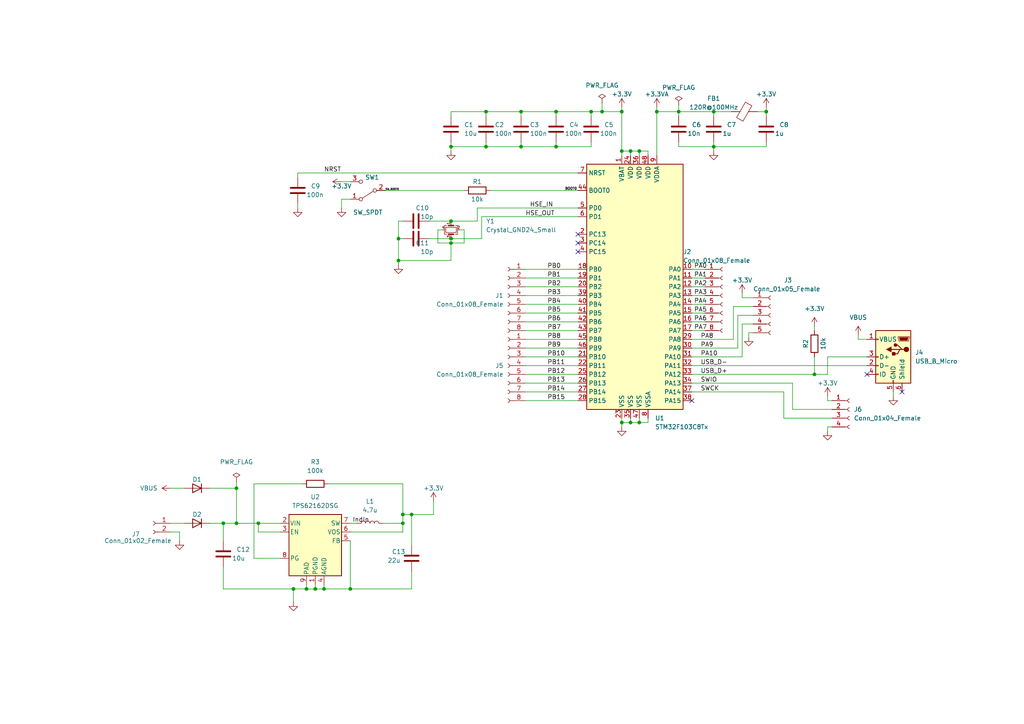
<source format=kicad_sch>
(kicad_sch (version 20211123) (generator eeschema)

  (uuid e30d19ff-215e-43a4-ad87-91c38eb1e6ca)

  (paper "A4")

  (lib_symbols
    (symbol "Connector:Conn_01x02_Female" (pin_names (offset 1.016) hide) (in_bom yes) (on_board yes)
      (property "Reference" "J" (id 0) (at 0 2.54 0)
        (effects (font (size 1.27 1.27)))
      )
      (property "Value" "Conn_01x02_Female" (id 1) (at 0 -5.08 0)
        (effects (font (size 1.27 1.27)))
      )
      (property "Footprint" "" (id 2) (at 0 0 0)
        (effects (font (size 1.27 1.27)) hide)
      )
      (property "Datasheet" "~" (id 3) (at 0 0 0)
        (effects (font (size 1.27 1.27)) hide)
      )
      (property "ki_keywords" "connector" (id 4) (at 0 0 0)
        (effects (font (size 1.27 1.27)) hide)
      )
      (property "ki_description" "Generic connector, single row, 01x02, script generated (kicad-library-utils/schlib/autogen/connector/)" (id 5) (at 0 0 0)
        (effects (font (size 1.27 1.27)) hide)
      )
      (property "ki_fp_filters" "Connector*:*_1x??_*" (id 6) (at 0 0 0)
        (effects (font (size 1.27 1.27)) hide)
      )
      (symbol "Conn_01x02_Female_1_1"
        (arc (start 0 -2.032) (mid -0.508 -2.54) (end 0 -3.048)
          (stroke (width 0.1524) (type default) (color 0 0 0 0))
          (fill (type none))
        )
        (polyline
          (pts
            (xy -1.27 -2.54)
            (xy -0.508 -2.54)
          )
          (stroke (width 0.1524) (type default) (color 0 0 0 0))
          (fill (type none))
        )
        (polyline
          (pts
            (xy -1.27 0)
            (xy -0.508 0)
          )
          (stroke (width 0.1524) (type default) (color 0 0 0 0))
          (fill (type none))
        )
        (arc (start 0 0.508) (mid -0.508 0) (end 0 -0.508)
          (stroke (width 0.1524) (type default) (color 0 0 0 0))
          (fill (type none))
        )
        (pin passive line (at -5.08 0 0) (length 3.81)
          (name "Pin_1" (effects (font (size 1.27 1.27))))
          (number "1" (effects (font (size 1.27 1.27))))
        )
        (pin passive line (at -5.08 -2.54 0) (length 3.81)
          (name "Pin_2" (effects (font (size 1.27 1.27))))
          (number "2" (effects (font (size 1.27 1.27))))
        )
      )
    )
    (symbol "Connector:Conn_01x04_Female" (pin_names (offset 1.016) hide) (in_bom yes) (on_board yes)
      (property "Reference" "J" (id 0) (at 0 5.08 0)
        (effects (font (size 1.27 1.27)))
      )
      (property "Value" "Conn_01x04_Female" (id 1) (at 0 -7.62 0)
        (effects (font (size 1.27 1.27)))
      )
      (property "Footprint" "" (id 2) (at 0 0 0)
        (effects (font (size 1.27 1.27)) hide)
      )
      (property "Datasheet" "~" (id 3) (at 0 0 0)
        (effects (font (size 1.27 1.27)) hide)
      )
      (property "ki_keywords" "connector" (id 4) (at 0 0 0)
        (effects (font (size 1.27 1.27)) hide)
      )
      (property "ki_description" "Generic connector, single row, 01x04, script generated (kicad-library-utils/schlib/autogen/connector/)" (id 5) (at 0 0 0)
        (effects (font (size 1.27 1.27)) hide)
      )
      (property "ki_fp_filters" "Connector*:*_1x??_*" (id 6) (at 0 0 0)
        (effects (font (size 1.27 1.27)) hide)
      )
      (symbol "Conn_01x04_Female_1_1"
        (arc (start 0 -4.572) (mid -0.508 -5.08) (end 0 -5.588)
          (stroke (width 0.1524) (type default) (color 0 0 0 0))
          (fill (type none))
        )
        (arc (start 0 -2.032) (mid -0.508 -2.54) (end 0 -3.048)
          (stroke (width 0.1524) (type default) (color 0 0 0 0))
          (fill (type none))
        )
        (polyline
          (pts
            (xy -1.27 -5.08)
            (xy -0.508 -5.08)
          )
          (stroke (width 0.1524) (type default) (color 0 0 0 0))
          (fill (type none))
        )
        (polyline
          (pts
            (xy -1.27 -2.54)
            (xy -0.508 -2.54)
          )
          (stroke (width 0.1524) (type default) (color 0 0 0 0))
          (fill (type none))
        )
        (polyline
          (pts
            (xy -1.27 0)
            (xy -0.508 0)
          )
          (stroke (width 0.1524) (type default) (color 0 0 0 0))
          (fill (type none))
        )
        (polyline
          (pts
            (xy -1.27 2.54)
            (xy -0.508 2.54)
          )
          (stroke (width 0.1524) (type default) (color 0 0 0 0))
          (fill (type none))
        )
        (arc (start 0 0.508) (mid -0.508 0) (end 0 -0.508)
          (stroke (width 0.1524) (type default) (color 0 0 0 0))
          (fill (type none))
        )
        (arc (start 0 3.048) (mid -0.508 2.54) (end 0 2.032)
          (stroke (width 0.1524) (type default) (color 0 0 0 0))
          (fill (type none))
        )
        (pin passive line (at -5.08 2.54 0) (length 3.81)
          (name "Pin_1" (effects (font (size 1.27 1.27))))
          (number "1" (effects (font (size 1.27 1.27))))
        )
        (pin passive line (at -5.08 0 0) (length 3.81)
          (name "Pin_2" (effects (font (size 1.27 1.27))))
          (number "2" (effects (font (size 1.27 1.27))))
        )
        (pin passive line (at -5.08 -2.54 0) (length 3.81)
          (name "Pin_3" (effects (font (size 1.27 1.27))))
          (number "3" (effects (font (size 1.27 1.27))))
        )
        (pin passive line (at -5.08 -5.08 0) (length 3.81)
          (name "Pin_4" (effects (font (size 1.27 1.27))))
          (number "4" (effects (font (size 1.27 1.27))))
        )
      )
    )
    (symbol "Connector:Conn_01x05_Female" (pin_names (offset 1.016) hide) (in_bom yes) (on_board yes)
      (property "Reference" "J" (id 0) (at 0 7.62 0)
        (effects (font (size 1.27 1.27)))
      )
      (property "Value" "Conn_01x05_Female" (id 1) (at 0 -7.62 0)
        (effects (font (size 1.27 1.27)))
      )
      (property "Footprint" "" (id 2) (at 0 0 0)
        (effects (font (size 1.27 1.27)) hide)
      )
      (property "Datasheet" "~" (id 3) (at 0 0 0)
        (effects (font (size 1.27 1.27)) hide)
      )
      (property "ki_keywords" "connector" (id 4) (at 0 0 0)
        (effects (font (size 1.27 1.27)) hide)
      )
      (property "ki_description" "Generic connector, single row, 01x05, script generated (kicad-library-utils/schlib/autogen/connector/)" (id 5) (at 0 0 0)
        (effects (font (size 1.27 1.27)) hide)
      )
      (property "ki_fp_filters" "Connector*:*_1x??_*" (id 6) (at 0 0 0)
        (effects (font (size 1.27 1.27)) hide)
      )
      (symbol "Conn_01x05_Female_1_1"
        (arc (start 0 -4.572) (mid -0.508 -5.08) (end 0 -5.588)
          (stroke (width 0.1524) (type default) (color 0 0 0 0))
          (fill (type none))
        )
        (arc (start 0 -2.032) (mid -0.508 -2.54) (end 0 -3.048)
          (stroke (width 0.1524) (type default) (color 0 0 0 0))
          (fill (type none))
        )
        (polyline
          (pts
            (xy -1.27 -5.08)
            (xy -0.508 -5.08)
          )
          (stroke (width 0.1524) (type default) (color 0 0 0 0))
          (fill (type none))
        )
        (polyline
          (pts
            (xy -1.27 -2.54)
            (xy -0.508 -2.54)
          )
          (stroke (width 0.1524) (type default) (color 0 0 0 0))
          (fill (type none))
        )
        (polyline
          (pts
            (xy -1.27 0)
            (xy -0.508 0)
          )
          (stroke (width 0.1524) (type default) (color 0 0 0 0))
          (fill (type none))
        )
        (polyline
          (pts
            (xy -1.27 2.54)
            (xy -0.508 2.54)
          )
          (stroke (width 0.1524) (type default) (color 0 0 0 0))
          (fill (type none))
        )
        (polyline
          (pts
            (xy -1.27 5.08)
            (xy -0.508 5.08)
          )
          (stroke (width 0.1524) (type default) (color 0 0 0 0))
          (fill (type none))
        )
        (arc (start 0 0.508) (mid -0.508 0) (end 0 -0.508)
          (stroke (width 0.1524) (type default) (color 0 0 0 0))
          (fill (type none))
        )
        (arc (start 0 3.048) (mid -0.508 2.54) (end 0 2.032)
          (stroke (width 0.1524) (type default) (color 0 0 0 0))
          (fill (type none))
        )
        (arc (start 0 5.588) (mid -0.508 5.08) (end 0 4.572)
          (stroke (width 0.1524) (type default) (color 0 0 0 0))
          (fill (type none))
        )
        (pin passive line (at -5.08 5.08 0) (length 3.81)
          (name "Pin_1" (effects (font (size 1.27 1.27))))
          (number "1" (effects (font (size 1.27 1.27))))
        )
        (pin passive line (at -5.08 2.54 0) (length 3.81)
          (name "Pin_2" (effects (font (size 1.27 1.27))))
          (number "2" (effects (font (size 1.27 1.27))))
        )
        (pin passive line (at -5.08 0 0) (length 3.81)
          (name "Pin_3" (effects (font (size 1.27 1.27))))
          (number "3" (effects (font (size 1.27 1.27))))
        )
        (pin passive line (at -5.08 -2.54 0) (length 3.81)
          (name "Pin_4" (effects (font (size 1.27 1.27))))
          (number "4" (effects (font (size 1.27 1.27))))
        )
        (pin passive line (at -5.08 -5.08 0) (length 3.81)
          (name "Pin_5" (effects (font (size 1.27 1.27))))
          (number "5" (effects (font (size 1.27 1.27))))
        )
      )
    )
    (symbol "Connector:Conn_01x08_Female" (pin_names (offset 1.016) hide) (in_bom yes) (on_board yes)
      (property "Reference" "J" (id 0) (at 0 10.16 0)
        (effects (font (size 1.27 1.27)))
      )
      (property "Value" "Conn_01x08_Female" (id 1) (at 0 -12.7 0)
        (effects (font (size 1.27 1.27)))
      )
      (property "Footprint" "" (id 2) (at 0 0 0)
        (effects (font (size 1.27 1.27)) hide)
      )
      (property "Datasheet" "~" (id 3) (at 0 0 0)
        (effects (font (size 1.27 1.27)) hide)
      )
      (property "ki_keywords" "connector" (id 4) (at 0 0 0)
        (effects (font (size 1.27 1.27)) hide)
      )
      (property "ki_description" "Generic connector, single row, 01x08, script generated (kicad-library-utils/schlib/autogen/connector/)" (id 5) (at 0 0 0)
        (effects (font (size 1.27 1.27)) hide)
      )
      (property "ki_fp_filters" "Connector*:*_1x??_*" (id 6) (at 0 0 0)
        (effects (font (size 1.27 1.27)) hide)
      )
      (symbol "Conn_01x08_Female_1_1"
        (arc (start 0 -9.652) (mid -0.508 -10.16) (end 0 -10.668)
          (stroke (width 0.1524) (type default) (color 0 0 0 0))
          (fill (type none))
        )
        (arc (start 0 -7.112) (mid -0.508 -7.62) (end 0 -8.128)
          (stroke (width 0.1524) (type default) (color 0 0 0 0))
          (fill (type none))
        )
        (arc (start 0 -4.572) (mid -0.508 -5.08) (end 0 -5.588)
          (stroke (width 0.1524) (type default) (color 0 0 0 0))
          (fill (type none))
        )
        (arc (start 0 -2.032) (mid -0.508 -2.54) (end 0 -3.048)
          (stroke (width 0.1524) (type default) (color 0 0 0 0))
          (fill (type none))
        )
        (polyline
          (pts
            (xy -1.27 -10.16)
            (xy -0.508 -10.16)
          )
          (stroke (width 0.1524) (type default) (color 0 0 0 0))
          (fill (type none))
        )
        (polyline
          (pts
            (xy -1.27 -7.62)
            (xy -0.508 -7.62)
          )
          (stroke (width 0.1524) (type default) (color 0 0 0 0))
          (fill (type none))
        )
        (polyline
          (pts
            (xy -1.27 -5.08)
            (xy -0.508 -5.08)
          )
          (stroke (width 0.1524) (type default) (color 0 0 0 0))
          (fill (type none))
        )
        (polyline
          (pts
            (xy -1.27 -2.54)
            (xy -0.508 -2.54)
          )
          (stroke (width 0.1524) (type default) (color 0 0 0 0))
          (fill (type none))
        )
        (polyline
          (pts
            (xy -1.27 0)
            (xy -0.508 0)
          )
          (stroke (width 0.1524) (type default) (color 0 0 0 0))
          (fill (type none))
        )
        (polyline
          (pts
            (xy -1.27 2.54)
            (xy -0.508 2.54)
          )
          (stroke (width 0.1524) (type default) (color 0 0 0 0))
          (fill (type none))
        )
        (polyline
          (pts
            (xy -1.27 5.08)
            (xy -0.508 5.08)
          )
          (stroke (width 0.1524) (type default) (color 0 0 0 0))
          (fill (type none))
        )
        (polyline
          (pts
            (xy -1.27 7.62)
            (xy -0.508 7.62)
          )
          (stroke (width 0.1524) (type default) (color 0 0 0 0))
          (fill (type none))
        )
        (arc (start 0 0.508) (mid -0.508 0) (end 0 -0.508)
          (stroke (width 0.1524) (type default) (color 0 0 0 0))
          (fill (type none))
        )
        (arc (start 0 3.048) (mid -0.508 2.54) (end 0 2.032)
          (stroke (width 0.1524) (type default) (color 0 0 0 0))
          (fill (type none))
        )
        (arc (start 0 5.588) (mid -0.508 5.08) (end 0 4.572)
          (stroke (width 0.1524) (type default) (color 0 0 0 0))
          (fill (type none))
        )
        (arc (start 0 8.128) (mid -0.508 7.62) (end 0 7.112)
          (stroke (width 0.1524) (type default) (color 0 0 0 0))
          (fill (type none))
        )
        (pin passive line (at -5.08 7.62 0) (length 3.81)
          (name "Pin_1" (effects (font (size 1.27 1.27))))
          (number "1" (effects (font (size 1.27 1.27))))
        )
        (pin passive line (at -5.08 5.08 0) (length 3.81)
          (name "Pin_2" (effects (font (size 1.27 1.27))))
          (number "2" (effects (font (size 1.27 1.27))))
        )
        (pin passive line (at -5.08 2.54 0) (length 3.81)
          (name "Pin_3" (effects (font (size 1.27 1.27))))
          (number "3" (effects (font (size 1.27 1.27))))
        )
        (pin passive line (at -5.08 0 0) (length 3.81)
          (name "Pin_4" (effects (font (size 1.27 1.27))))
          (number "4" (effects (font (size 1.27 1.27))))
        )
        (pin passive line (at -5.08 -2.54 0) (length 3.81)
          (name "Pin_5" (effects (font (size 1.27 1.27))))
          (number "5" (effects (font (size 1.27 1.27))))
        )
        (pin passive line (at -5.08 -5.08 0) (length 3.81)
          (name "Pin_6" (effects (font (size 1.27 1.27))))
          (number "6" (effects (font (size 1.27 1.27))))
        )
        (pin passive line (at -5.08 -7.62 0) (length 3.81)
          (name "Pin_7" (effects (font (size 1.27 1.27))))
          (number "7" (effects (font (size 1.27 1.27))))
        )
        (pin passive line (at -5.08 -10.16 0) (length 3.81)
          (name "Pin_8" (effects (font (size 1.27 1.27))))
          (number "8" (effects (font (size 1.27 1.27))))
        )
      )
    )
    (symbol "Connector:USB_B_Micro" (pin_names (offset 1.016)) (in_bom yes) (on_board yes)
      (property "Reference" "J" (id 0) (at -5.08 11.43 0)
        (effects (font (size 1.27 1.27)) (justify left))
      )
      (property "Value" "USB_B_Micro" (id 1) (at -5.08 8.89 0)
        (effects (font (size 1.27 1.27)) (justify left))
      )
      (property "Footprint" "" (id 2) (at 3.81 -1.27 0)
        (effects (font (size 1.27 1.27)) hide)
      )
      (property "Datasheet" "~" (id 3) (at 3.81 -1.27 0)
        (effects (font (size 1.27 1.27)) hide)
      )
      (property "ki_keywords" "connector USB micro" (id 4) (at 0 0 0)
        (effects (font (size 1.27 1.27)) hide)
      )
      (property "ki_description" "USB Micro Type B connector" (id 5) (at 0 0 0)
        (effects (font (size 1.27 1.27)) hide)
      )
      (property "ki_fp_filters" "USB*" (id 6) (at 0 0 0)
        (effects (font (size 1.27 1.27)) hide)
      )
      (symbol "USB_B_Micro_0_1"
        (rectangle (start -5.08 -7.62) (end 5.08 7.62)
          (stroke (width 0.254) (type default) (color 0 0 0 0))
          (fill (type background))
        )
        (circle (center -3.81 2.159) (radius 0.635)
          (stroke (width 0.254) (type default) (color 0 0 0 0))
          (fill (type outline))
        )
        (circle (center -0.635 3.429) (radius 0.381)
          (stroke (width 0.254) (type default) (color 0 0 0 0))
          (fill (type outline))
        )
        (rectangle (start -0.127 -7.62) (end 0.127 -6.858)
          (stroke (width 0) (type default) (color 0 0 0 0))
          (fill (type none))
        )
        (polyline
          (pts
            (xy -1.905 2.159)
            (xy 0.635 2.159)
          )
          (stroke (width 0.254) (type default) (color 0 0 0 0))
          (fill (type none))
        )
        (polyline
          (pts
            (xy -3.175 2.159)
            (xy -2.54 2.159)
            (xy -1.27 3.429)
            (xy -0.635 3.429)
          )
          (stroke (width 0.254) (type default) (color 0 0 0 0))
          (fill (type none))
        )
        (polyline
          (pts
            (xy -2.54 2.159)
            (xy -1.905 2.159)
            (xy -1.27 0.889)
            (xy 0 0.889)
          )
          (stroke (width 0.254) (type default) (color 0 0 0 0))
          (fill (type none))
        )
        (polyline
          (pts
            (xy 0.635 2.794)
            (xy 0.635 1.524)
            (xy 1.905 2.159)
            (xy 0.635 2.794)
          )
          (stroke (width 0.254) (type default) (color 0 0 0 0))
          (fill (type outline))
        )
        (polyline
          (pts
            (xy -4.318 5.588)
            (xy -1.778 5.588)
            (xy -2.032 4.826)
            (xy -4.064 4.826)
            (xy -4.318 5.588)
          )
          (stroke (width 0) (type default) (color 0 0 0 0))
          (fill (type outline))
        )
        (polyline
          (pts
            (xy -4.699 5.842)
            (xy -4.699 5.588)
            (xy -4.445 4.826)
            (xy -4.445 4.572)
            (xy -1.651 4.572)
            (xy -1.651 4.826)
            (xy -1.397 5.588)
            (xy -1.397 5.842)
            (xy -4.699 5.842)
          )
          (stroke (width 0) (type default) (color 0 0 0 0))
          (fill (type none))
        )
        (rectangle (start 0.254 1.27) (end -0.508 0.508)
          (stroke (width 0.254) (type default) (color 0 0 0 0))
          (fill (type outline))
        )
        (rectangle (start 5.08 -5.207) (end 4.318 -4.953)
          (stroke (width 0) (type default) (color 0 0 0 0))
          (fill (type none))
        )
        (rectangle (start 5.08 -2.667) (end 4.318 -2.413)
          (stroke (width 0) (type default) (color 0 0 0 0))
          (fill (type none))
        )
        (rectangle (start 5.08 -0.127) (end 4.318 0.127)
          (stroke (width 0) (type default) (color 0 0 0 0))
          (fill (type none))
        )
        (rectangle (start 5.08 4.953) (end 4.318 5.207)
          (stroke (width 0) (type default) (color 0 0 0 0))
          (fill (type none))
        )
      )
      (symbol "USB_B_Micro_1_1"
        (pin power_out line (at 7.62 5.08 180) (length 2.54)
          (name "VBUS" (effects (font (size 1.27 1.27))))
          (number "1" (effects (font (size 1.27 1.27))))
        )
        (pin bidirectional line (at 7.62 -2.54 180) (length 2.54)
          (name "D-" (effects (font (size 1.27 1.27))))
          (number "2" (effects (font (size 1.27 1.27))))
        )
        (pin bidirectional line (at 7.62 0 180) (length 2.54)
          (name "D+" (effects (font (size 1.27 1.27))))
          (number "3" (effects (font (size 1.27 1.27))))
        )
        (pin passive line (at 7.62 -5.08 180) (length 2.54)
          (name "ID" (effects (font (size 1.27 1.27))))
          (number "4" (effects (font (size 1.27 1.27))))
        )
        (pin power_out line (at 0 -10.16 90) (length 2.54)
          (name "GND" (effects (font (size 1.27 1.27))))
          (number "5" (effects (font (size 1.27 1.27))))
        )
        (pin passive line (at -2.54 -10.16 90) (length 2.54)
          (name "Shield" (effects (font (size 1.27 1.27))))
          (number "6" (effects (font (size 1.27 1.27))))
        )
      )
    )
    (symbol "Device:C" (pin_numbers hide) (pin_names (offset 0.254)) (in_bom yes) (on_board yes)
      (property "Reference" "C" (id 0) (at 0.635 2.54 0)
        (effects (font (size 1.27 1.27)) (justify left))
      )
      (property "Value" "C" (id 1) (at 0.635 -2.54 0)
        (effects (font (size 1.27 1.27)) (justify left))
      )
      (property "Footprint" "" (id 2) (at 0.9652 -3.81 0)
        (effects (font (size 1.27 1.27)) hide)
      )
      (property "Datasheet" "~" (id 3) (at 0 0 0)
        (effects (font (size 1.27 1.27)) hide)
      )
      (property "ki_keywords" "cap capacitor" (id 4) (at 0 0 0)
        (effects (font (size 1.27 1.27)) hide)
      )
      (property "ki_description" "Unpolarized capacitor" (id 5) (at 0 0 0)
        (effects (font (size 1.27 1.27)) hide)
      )
      (property "ki_fp_filters" "C_*" (id 6) (at 0 0 0)
        (effects (font (size 1.27 1.27)) hide)
      )
      (symbol "C_0_1"
        (polyline
          (pts
            (xy -2.032 -0.762)
            (xy 2.032 -0.762)
          )
          (stroke (width 0.508) (type default) (color 0 0 0 0))
          (fill (type none))
        )
        (polyline
          (pts
            (xy -2.032 0.762)
            (xy 2.032 0.762)
          )
          (stroke (width 0.508) (type default) (color 0 0 0 0))
          (fill (type none))
        )
      )
      (symbol "C_1_1"
        (pin passive line (at 0 3.81 270) (length 2.794)
          (name "~" (effects (font (size 1.27 1.27))))
          (number "1" (effects (font (size 1.27 1.27))))
        )
        (pin passive line (at 0 -3.81 90) (length 2.794)
          (name "~" (effects (font (size 1.27 1.27))))
          (number "2" (effects (font (size 1.27 1.27))))
        )
      )
    )
    (symbol "Device:Crystal_GND24_Small" (pin_names (offset 1.016) hide) (in_bom yes) (on_board yes)
      (property "Reference" "Y" (id 0) (at 1.27 4.445 0)
        (effects (font (size 1.27 1.27)) (justify left))
      )
      (property "Value" "Crystal_GND24_Small" (id 1) (at 1.27 2.54 0)
        (effects (font (size 1.27 1.27)) (justify left))
      )
      (property "Footprint" "" (id 2) (at 0 0 0)
        (effects (font (size 1.27 1.27)) hide)
      )
      (property "Datasheet" "~" (id 3) (at 0 0 0)
        (effects (font (size 1.27 1.27)) hide)
      )
      (property "ki_keywords" "quartz ceramic resonator oscillator" (id 4) (at 0 0 0)
        (effects (font (size 1.27 1.27)) hide)
      )
      (property "ki_description" "Four pin crystal, GND on pins 2 and 4, small symbol" (id 5) (at 0 0 0)
        (effects (font (size 1.27 1.27)) hide)
      )
      (property "ki_fp_filters" "Crystal*" (id 6) (at 0 0 0)
        (effects (font (size 1.27 1.27)) hide)
      )
      (symbol "Crystal_GND24_Small_0_1"
        (rectangle (start -0.762 -1.524) (end 0.762 1.524)
          (stroke (width 0) (type default) (color 0 0 0 0))
          (fill (type none))
        )
        (polyline
          (pts
            (xy -1.27 -0.762)
            (xy -1.27 0.762)
          )
          (stroke (width 0.381) (type default) (color 0 0 0 0))
          (fill (type none))
        )
        (polyline
          (pts
            (xy 1.27 -0.762)
            (xy 1.27 0.762)
          )
          (stroke (width 0.381) (type default) (color 0 0 0 0))
          (fill (type none))
        )
        (polyline
          (pts
            (xy -1.27 -1.27)
            (xy -1.27 -1.905)
            (xy 1.27 -1.905)
            (xy 1.27 -1.27)
          )
          (stroke (width 0) (type default) (color 0 0 0 0))
          (fill (type none))
        )
        (polyline
          (pts
            (xy -1.27 1.27)
            (xy -1.27 1.905)
            (xy 1.27 1.905)
            (xy 1.27 1.27)
          )
          (stroke (width 0) (type default) (color 0 0 0 0))
          (fill (type none))
        )
      )
      (symbol "Crystal_GND24_Small_1_1"
        (pin passive line (at -2.54 0 0) (length 1.27)
          (name "1" (effects (font (size 1.27 1.27))))
          (number "1" (effects (font (size 0.762 0.762))))
        )
        (pin passive line (at 0 -2.54 90) (length 0.635)
          (name "2" (effects (font (size 1.27 1.27))))
          (number "2" (effects (font (size 0.762 0.762))))
        )
        (pin passive line (at 2.54 0 180) (length 1.27)
          (name "3" (effects (font (size 1.27 1.27))))
          (number "3" (effects (font (size 0.762 0.762))))
        )
        (pin passive line (at 0 2.54 270) (length 0.635)
          (name "4" (effects (font (size 1.27 1.27))))
          (number "4" (effects (font (size 0.762 0.762))))
        )
      )
    )
    (symbol "Device:FerriteBead" (pin_numbers hide) (pin_names (offset 0)) (in_bom yes) (on_board yes)
      (property "Reference" "FB" (id 0) (at -3.81 0.635 90)
        (effects (font (size 1.27 1.27)))
      )
      (property "Value" "FerriteBead" (id 1) (at 3.81 0 90)
        (effects (font (size 1.27 1.27)))
      )
      (property "Footprint" "" (id 2) (at -1.778 0 90)
        (effects (font (size 1.27 1.27)) hide)
      )
      (property "Datasheet" "~" (id 3) (at 0 0 0)
        (effects (font (size 1.27 1.27)) hide)
      )
      (property "ki_keywords" "L ferrite bead inductor filter" (id 4) (at 0 0 0)
        (effects (font (size 1.27 1.27)) hide)
      )
      (property "ki_description" "Ferrite bead" (id 5) (at 0 0 0)
        (effects (font (size 1.27 1.27)) hide)
      )
      (property "ki_fp_filters" "Inductor_* L_* *Ferrite*" (id 6) (at 0 0 0)
        (effects (font (size 1.27 1.27)) hide)
      )
      (symbol "FerriteBead_0_1"
        (polyline
          (pts
            (xy 0 -1.27)
            (xy 0 -1.2192)
          )
          (stroke (width 0) (type default) (color 0 0 0 0))
          (fill (type none))
        )
        (polyline
          (pts
            (xy 0 1.27)
            (xy 0 1.2954)
          )
          (stroke (width 0) (type default) (color 0 0 0 0))
          (fill (type none))
        )
        (polyline
          (pts
            (xy -2.7686 0.4064)
            (xy -1.7018 2.2606)
            (xy 2.7686 -0.3048)
            (xy 1.6764 -2.159)
            (xy -2.7686 0.4064)
          )
          (stroke (width 0) (type default) (color 0 0 0 0))
          (fill (type none))
        )
      )
      (symbol "FerriteBead_1_1"
        (pin passive line (at 0 3.81 270) (length 2.54)
          (name "~" (effects (font (size 1.27 1.27))))
          (number "1" (effects (font (size 1.27 1.27))))
        )
        (pin passive line (at 0 -3.81 90) (length 2.54)
          (name "~" (effects (font (size 1.27 1.27))))
          (number "2" (effects (font (size 1.27 1.27))))
        )
      )
    )
    (symbol "Device:L" (pin_numbers hide) (pin_names (offset 1.016) hide) (in_bom yes) (on_board yes)
      (property "Reference" "L" (id 0) (at -1.27 0 90)
        (effects (font (size 1.27 1.27)))
      )
      (property "Value" "L" (id 1) (at 1.905 0 90)
        (effects (font (size 1.27 1.27)))
      )
      (property "Footprint" "" (id 2) (at 0 0 0)
        (effects (font (size 1.27 1.27)) hide)
      )
      (property "Datasheet" "~" (id 3) (at 0 0 0)
        (effects (font (size 1.27 1.27)) hide)
      )
      (property "ki_keywords" "inductor choke coil reactor magnetic" (id 4) (at 0 0 0)
        (effects (font (size 1.27 1.27)) hide)
      )
      (property "ki_description" "Inductor" (id 5) (at 0 0 0)
        (effects (font (size 1.27 1.27)) hide)
      )
      (property "ki_fp_filters" "Choke_* *Coil* Inductor_* L_*" (id 6) (at 0 0 0)
        (effects (font (size 1.27 1.27)) hide)
      )
      (symbol "L_0_1"
        (arc (start 0 -2.54) (mid 0.635 -1.905) (end 0 -1.27)
          (stroke (width 0) (type default) (color 0 0 0 0))
          (fill (type none))
        )
        (arc (start 0 -1.27) (mid 0.635 -0.635) (end 0 0)
          (stroke (width 0) (type default) (color 0 0 0 0))
          (fill (type none))
        )
        (arc (start 0 0) (mid 0.635 0.635) (end 0 1.27)
          (stroke (width 0) (type default) (color 0 0 0 0))
          (fill (type none))
        )
        (arc (start 0 1.27) (mid 0.635 1.905) (end 0 2.54)
          (stroke (width 0) (type default) (color 0 0 0 0))
          (fill (type none))
        )
      )
      (symbol "L_1_1"
        (pin passive line (at 0 3.81 270) (length 1.27)
          (name "1" (effects (font (size 1.27 1.27))))
          (number "1" (effects (font (size 1.27 1.27))))
        )
        (pin passive line (at 0 -3.81 90) (length 1.27)
          (name "2" (effects (font (size 1.27 1.27))))
          (number "2" (effects (font (size 1.27 1.27))))
        )
      )
    )
    (symbol "Device:R" (pin_numbers hide) (pin_names (offset 0)) (in_bom yes) (on_board yes)
      (property "Reference" "R" (id 0) (at 2.032 0 90)
        (effects (font (size 1.27 1.27)))
      )
      (property "Value" "R" (id 1) (at 0 0 90)
        (effects (font (size 1.27 1.27)))
      )
      (property "Footprint" "" (id 2) (at -1.778 0 90)
        (effects (font (size 1.27 1.27)) hide)
      )
      (property "Datasheet" "~" (id 3) (at 0 0 0)
        (effects (font (size 1.27 1.27)) hide)
      )
      (property "ki_keywords" "R res resistor" (id 4) (at 0 0 0)
        (effects (font (size 1.27 1.27)) hide)
      )
      (property "ki_description" "Resistor" (id 5) (at 0 0 0)
        (effects (font (size 1.27 1.27)) hide)
      )
      (property "ki_fp_filters" "R_*" (id 6) (at 0 0 0)
        (effects (font (size 1.27 1.27)) hide)
      )
      (symbol "R_0_1"
        (rectangle (start -1.016 -2.54) (end 1.016 2.54)
          (stroke (width 0.254) (type default) (color 0 0 0 0))
          (fill (type none))
        )
      )
      (symbol "R_1_1"
        (pin passive line (at 0 3.81 270) (length 1.27)
          (name "~" (effects (font (size 1.27 1.27))))
          (number "1" (effects (font (size 1.27 1.27))))
        )
        (pin passive line (at 0 -3.81 90) (length 1.27)
          (name "~" (effects (font (size 1.27 1.27))))
          (number "2" (effects (font (size 1.27 1.27))))
        )
      )
    )
    (symbol "MCU_ST_STM32F1:STM32F103C8Tx" (in_bom yes) (on_board yes)
      (property "Reference" "U" (id 0) (at -15.24 36.83 0)
        (effects (font (size 1.27 1.27)) (justify left))
      )
      (property "Value" "STM32F103C8Tx" (id 1) (at 7.62 36.83 0)
        (effects (font (size 1.27 1.27)) (justify left))
      )
      (property "Footprint" "Package_QFP:LQFP-48_7x7mm_P0.5mm" (id 2) (at -15.24 -35.56 0)
        (effects (font (size 1.27 1.27)) (justify right) hide)
      )
      (property "Datasheet" "http://www.st.com/st-web-ui/static/active/en/resource/technical/document/datasheet/CD00161566.pdf" (id 3) (at 0 0 0)
        (effects (font (size 1.27 1.27)) hide)
      )
      (property "ki_keywords" "ARM Cortex-M3 STM32F1 STM32F103" (id 4) (at 0 0 0)
        (effects (font (size 1.27 1.27)) hide)
      )
      (property "ki_description" "ARM Cortex-M3 MCU, 64KB flash, 20KB RAM, 72MHz, 2-3.6V, 37 GPIO, LQFP-48" (id 5) (at 0 0 0)
        (effects (font (size 1.27 1.27)) hide)
      )
      (property "ki_fp_filters" "LQFP*7x7mm*P0.5mm*" (id 6) (at 0 0 0)
        (effects (font (size 1.27 1.27)) hide)
      )
      (symbol "STM32F103C8Tx_0_1"
        (rectangle (start -15.24 -35.56) (end 12.7 35.56)
          (stroke (width 0.254) (type default) (color 0 0 0 0))
          (fill (type background))
        )
      )
      (symbol "STM32F103C8Tx_1_1"
        (pin power_in line (at -5.08 38.1 270) (length 2.54)
          (name "VBAT" (effects (font (size 1.27 1.27))))
          (number "1" (effects (font (size 1.27 1.27))))
        )
        (pin bidirectional line (at 15.24 5.08 180) (length 2.54)
          (name "PA0" (effects (font (size 1.27 1.27))))
          (number "10" (effects (font (size 1.27 1.27))))
        )
        (pin bidirectional line (at 15.24 2.54 180) (length 2.54)
          (name "PA1" (effects (font (size 1.27 1.27))))
          (number "11" (effects (font (size 1.27 1.27))))
        )
        (pin bidirectional line (at 15.24 0 180) (length 2.54)
          (name "PA2" (effects (font (size 1.27 1.27))))
          (number "12" (effects (font (size 1.27 1.27))))
        )
        (pin bidirectional line (at 15.24 -2.54 180) (length 2.54)
          (name "PA3" (effects (font (size 1.27 1.27))))
          (number "13" (effects (font (size 1.27 1.27))))
        )
        (pin bidirectional line (at 15.24 -5.08 180) (length 2.54)
          (name "PA4" (effects (font (size 1.27 1.27))))
          (number "14" (effects (font (size 1.27 1.27))))
        )
        (pin bidirectional line (at 15.24 -7.62 180) (length 2.54)
          (name "PA5" (effects (font (size 1.27 1.27))))
          (number "15" (effects (font (size 1.27 1.27))))
        )
        (pin bidirectional line (at 15.24 -10.16 180) (length 2.54)
          (name "PA6" (effects (font (size 1.27 1.27))))
          (number "16" (effects (font (size 1.27 1.27))))
        )
        (pin bidirectional line (at 15.24 -12.7 180) (length 2.54)
          (name "PA7" (effects (font (size 1.27 1.27))))
          (number "17" (effects (font (size 1.27 1.27))))
        )
        (pin bidirectional line (at -17.78 5.08 0) (length 2.54)
          (name "PB0" (effects (font (size 1.27 1.27))))
          (number "18" (effects (font (size 1.27 1.27))))
        )
        (pin bidirectional line (at -17.78 2.54 0) (length 2.54)
          (name "PB1" (effects (font (size 1.27 1.27))))
          (number "19" (effects (font (size 1.27 1.27))))
        )
        (pin bidirectional line (at -17.78 15.24 0) (length 2.54)
          (name "PC13" (effects (font (size 1.27 1.27))))
          (number "2" (effects (font (size 1.27 1.27))))
        )
        (pin bidirectional line (at -17.78 0 0) (length 2.54)
          (name "PB2" (effects (font (size 1.27 1.27))))
          (number "20" (effects (font (size 1.27 1.27))))
        )
        (pin bidirectional line (at -17.78 -20.32 0) (length 2.54)
          (name "PB10" (effects (font (size 1.27 1.27))))
          (number "21" (effects (font (size 1.27 1.27))))
        )
        (pin bidirectional line (at -17.78 -22.86 0) (length 2.54)
          (name "PB11" (effects (font (size 1.27 1.27))))
          (number "22" (effects (font (size 1.27 1.27))))
        )
        (pin power_in line (at -5.08 -38.1 90) (length 2.54)
          (name "VSS" (effects (font (size 1.27 1.27))))
          (number "23" (effects (font (size 1.27 1.27))))
        )
        (pin power_in line (at -2.54 38.1 270) (length 2.54)
          (name "VDD" (effects (font (size 1.27 1.27))))
          (number "24" (effects (font (size 1.27 1.27))))
        )
        (pin bidirectional line (at -17.78 -25.4 0) (length 2.54)
          (name "PB12" (effects (font (size 1.27 1.27))))
          (number "25" (effects (font (size 1.27 1.27))))
        )
        (pin bidirectional line (at -17.78 -27.94 0) (length 2.54)
          (name "PB13" (effects (font (size 1.27 1.27))))
          (number "26" (effects (font (size 1.27 1.27))))
        )
        (pin bidirectional line (at -17.78 -30.48 0) (length 2.54)
          (name "PB14" (effects (font (size 1.27 1.27))))
          (number "27" (effects (font (size 1.27 1.27))))
        )
        (pin bidirectional line (at -17.78 -33.02 0) (length 2.54)
          (name "PB15" (effects (font (size 1.27 1.27))))
          (number "28" (effects (font (size 1.27 1.27))))
        )
        (pin bidirectional line (at 15.24 -15.24 180) (length 2.54)
          (name "PA8" (effects (font (size 1.27 1.27))))
          (number "29" (effects (font (size 1.27 1.27))))
        )
        (pin bidirectional line (at -17.78 12.7 0) (length 2.54)
          (name "PC14" (effects (font (size 1.27 1.27))))
          (number "3" (effects (font (size 1.27 1.27))))
        )
        (pin bidirectional line (at 15.24 -17.78 180) (length 2.54)
          (name "PA9" (effects (font (size 1.27 1.27))))
          (number "30" (effects (font (size 1.27 1.27))))
        )
        (pin bidirectional line (at 15.24 -20.32 180) (length 2.54)
          (name "PA10" (effects (font (size 1.27 1.27))))
          (number "31" (effects (font (size 1.27 1.27))))
        )
        (pin bidirectional line (at 15.24 -22.86 180) (length 2.54)
          (name "PA11" (effects (font (size 1.27 1.27))))
          (number "32" (effects (font (size 1.27 1.27))))
        )
        (pin bidirectional line (at 15.24 -25.4 180) (length 2.54)
          (name "PA12" (effects (font (size 1.27 1.27))))
          (number "33" (effects (font (size 1.27 1.27))))
        )
        (pin bidirectional line (at 15.24 -27.94 180) (length 2.54)
          (name "PA13" (effects (font (size 1.27 1.27))))
          (number "34" (effects (font (size 1.27 1.27))))
        )
        (pin power_in line (at -2.54 -38.1 90) (length 2.54)
          (name "VSS" (effects (font (size 1.27 1.27))))
          (number "35" (effects (font (size 1.27 1.27))))
        )
        (pin power_in line (at 0 38.1 270) (length 2.54)
          (name "VDD" (effects (font (size 1.27 1.27))))
          (number "36" (effects (font (size 1.27 1.27))))
        )
        (pin bidirectional line (at 15.24 -30.48 180) (length 2.54)
          (name "PA14" (effects (font (size 1.27 1.27))))
          (number "37" (effects (font (size 1.27 1.27))))
        )
        (pin bidirectional line (at 15.24 -33.02 180) (length 2.54)
          (name "PA15" (effects (font (size 1.27 1.27))))
          (number "38" (effects (font (size 1.27 1.27))))
        )
        (pin bidirectional line (at -17.78 -2.54 0) (length 2.54)
          (name "PB3" (effects (font (size 1.27 1.27))))
          (number "39" (effects (font (size 1.27 1.27))))
        )
        (pin bidirectional line (at -17.78 10.16 0) (length 2.54)
          (name "PC15" (effects (font (size 1.27 1.27))))
          (number "4" (effects (font (size 1.27 1.27))))
        )
        (pin bidirectional line (at -17.78 -5.08 0) (length 2.54)
          (name "PB4" (effects (font (size 1.27 1.27))))
          (number "40" (effects (font (size 1.27 1.27))))
        )
        (pin bidirectional line (at -17.78 -7.62 0) (length 2.54)
          (name "PB5" (effects (font (size 1.27 1.27))))
          (number "41" (effects (font (size 1.27 1.27))))
        )
        (pin bidirectional line (at -17.78 -10.16 0) (length 2.54)
          (name "PB6" (effects (font (size 1.27 1.27))))
          (number "42" (effects (font (size 1.27 1.27))))
        )
        (pin bidirectional line (at -17.78 -12.7 0) (length 2.54)
          (name "PB7" (effects (font (size 1.27 1.27))))
          (number "43" (effects (font (size 1.27 1.27))))
        )
        (pin input line (at -17.78 27.94 0) (length 2.54)
          (name "BOOT0" (effects (font (size 1.27 1.27))))
          (number "44" (effects (font (size 1.27 1.27))))
        )
        (pin bidirectional line (at -17.78 -15.24 0) (length 2.54)
          (name "PB8" (effects (font (size 1.27 1.27))))
          (number "45" (effects (font (size 1.27 1.27))))
        )
        (pin bidirectional line (at -17.78 -17.78 0) (length 2.54)
          (name "PB9" (effects (font (size 1.27 1.27))))
          (number "46" (effects (font (size 1.27 1.27))))
        )
        (pin power_in line (at 0 -38.1 90) (length 2.54)
          (name "VSS" (effects (font (size 1.27 1.27))))
          (number "47" (effects (font (size 1.27 1.27))))
        )
        (pin power_in line (at 2.54 38.1 270) (length 2.54)
          (name "VDD" (effects (font (size 1.27 1.27))))
          (number "48" (effects (font (size 1.27 1.27))))
        )
        (pin input line (at -17.78 22.86 0) (length 2.54)
          (name "PD0" (effects (font (size 1.27 1.27))))
          (number "5" (effects (font (size 1.27 1.27))))
        )
        (pin input line (at -17.78 20.32 0) (length 2.54)
          (name "PD1" (effects (font (size 1.27 1.27))))
          (number "6" (effects (font (size 1.27 1.27))))
        )
        (pin input line (at -17.78 33.02 0) (length 2.54)
          (name "NRST" (effects (font (size 1.27 1.27))))
          (number "7" (effects (font (size 1.27 1.27))))
        )
        (pin power_in line (at 2.54 -38.1 90) (length 2.54)
          (name "VSSA" (effects (font (size 1.27 1.27))))
          (number "8" (effects (font (size 1.27 1.27))))
        )
        (pin power_in line (at 5.08 38.1 270) (length 2.54)
          (name "VDDA" (effects (font (size 1.27 1.27))))
          (number "9" (effects (font (size 1.27 1.27))))
        )
      )
    )
    (symbol "Regulator_Switching:TPS62162DSG" (pin_names (offset 0.254)) (in_bom yes) (on_board yes)
      (property "Reference" "U" (id 0) (at -7.62 11.43 0)
        (effects (font (size 1.27 1.27)) (justify left))
      )
      (property "Value" "TPS62162DSG" (id 1) (at -1.27 11.43 0)
        (effects (font (size 1.27 1.27)) (justify left))
      )
      (property "Footprint" "Package_SON:WSON-8-1EP_2x2mm_P0.5mm_EP0.9x1.6mm_ThermalVias" (id 2) (at 3.81 -8.89 0)
        (effects (font (size 1.27 1.27)) (justify left) hide)
      )
      (property "Datasheet" "http://www.ti.com/lit/ds/symlink/tps62160.pdf" (id 3) (at 0 13.97 0)
        (effects (font (size 1.27 1.27)) hide)
      )
      (property "ki_keywords" "step-down dc-dc buck regulator" (id 4) (at 0 0 0)
        (effects (font (size 1.27 1.27)) hide)
      )
      (property "ki_description" "1A Step-Down Converter with DCS-Control, fixed 3.3V output, 3-17V input voltage, WSON-8" (id 5) (at 0 0 0)
        (effects (font (size 1.27 1.27)) hide)
      )
      (property "ki_fp_filters" "WSON*EP*2x2mm*P0.5mm*" (id 6) (at 0 0 0)
        (effects (font (size 1.27 1.27)) hide)
      )
      (symbol "TPS62162DSG_0_1"
        (rectangle (start -7.62 10.16) (end 7.62 -7.62)
          (stroke (width 0.254) (type default) (color 0 0 0 0))
          (fill (type background))
        )
      )
      (symbol "TPS62162DSG_1_1"
        (pin power_in line (at 0 -10.16 90) (length 2.54)
          (name "PGND" (effects (font (size 1.27 1.27))))
          (number "1" (effects (font (size 1.27 1.27))))
        )
        (pin power_in line (at -10.16 7.62 0) (length 2.54)
          (name "VIN" (effects (font (size 1.27 1.27))))
          (number "2" (effects (font (size 1.27 1.27))))
        )
        (pin input line (at -10.16 5.08 0) (length 2.54)
          (name "EN" (effects (font (size 1.27 1.27))))
          (number "3" (effects (font (size 1.27 1.27))))
        )
        (pin power_in line (at 2.54 -10.16 90) (length 2.54)
          (name "AGND" (effects (font (size 1.27 1.27))))
          (number "4" (effects (font (size 1.27 1.27))))
        )
        (pin input line (at 10.16 2.54 180) (length 2.54)
          (name "FB" (effects (font (size 1.27 1.27))))
          (number "5" (effects (font (size 1.27 1.27))))
        )
        (pin input line (at 10.16 5.08 180) (length 2.54)
          (name "VOS" (effects (font (size 1.27 1.27))))
          (number "6" (effects (font (size 1.27 1.27))))
        )
        (pin output line (at 10.16 7.62 180) (length 2.54)
          (name "SW" (effects (font (size 1.27 1.27))))
          (number "7" (effects (font (size 1.27 1.27))))
        )
        (pin open_collector line (at -10.16 -2.54 0) (length 2.54)
          (name "PG" (effects (font (size 1.27 1.27))))
          (number "8" (effects (font (size 1.27 1.27))))
        )
        (pin power_in line (at -2.54 -10.16 90) (length 2.54)
          (name "PAD" (effects (font (size 1.27 1.27))))
          (number "9" (effects (font (size 1.27 1.27))))
        )
      )
    )
    (symbol "Simulation_SPICE:DIODE" (pin_numbers hide) (pin_names (offset 1.016) hide) (in_bom yes) (on_board yes)
      (property "Reference" "D" (id 0) (at 0 2.54 0)
        (effects (font (size 1.27 1.27)))
      )
      (property "Value" "DIODE" (id 1) (at 0 -2.54 0)
        (effects (font (size 1.27 1.27)))
      )
      (property "Footprint" "" (id 2) (at 0 0 0)
        (effects (font (size 1.27 1.27)) hide)
      )
      (property "Datasheet" "~" (id 3) (at 0 0 0)
        (effects (font (size 1.27 1.27)) hide)
      )
      (property "Spice_Netlist_Enabled" "Y" (id 4) (at 0 0 0)
        (effects (font (size 1.27 1.27)) (justify left) hide)
      )
      (property "Spice_Primitive" "D" (id 5) (at 0 0 0)
        (effects (font (size 1.27 1.27)) (justify left) hide)
      )
      (property "ki_keywords" "simulation" (id 6) (at 0 0 0)
        (effects (font (size 1.27 1.27)) hide)
      )
      (property "ki_description" "Diode, anode on pin 1, for simulation only!" (id 7) (at 0 0 0)
        (effects (font (size 1.27 1.27)) hide)
      )
      (symbol "DIODE_0_1"
        (polyline
          (pts
            (xy 1.27 0)
            (xy -1.27 0)
          )
          (stroke (width 0) (type default) (color 0 0 0 0))
          (fill (type none))
        )
        (polyline
          (pts
            (xy 1.27 1.27)
            (xy 1.27 -1.27)
          )
          (stroke (width 0.254) (type default) (color 0 0 0 0))
          (fill (type none))
        )
        (polyline
          (pts
            (xy -1.27 -1.27)
            (xy -1.27 1.27)
            (xy 1.27 0)
            (xy -1.27 -1.27)
          )
          (stroke (width 0.254) (type default) (color 0 0 0 0))
          (fill (type none))
        )
      )
      (symbol "DIODE_1_1"
        (pin passive line (at -3.81 0 0) (length 2.54)
          (name "A" (effects (font (size 1.27 1.27))))
          (number "1" (effects (font (size 1.27 1.27))))
        )
        (pin passive line (at 3.81 0 180) (length 2.54)
          (name "K" (effects (font (size 1.27 1.27))))
          (number "2" (effects (font (size 1.27 1.27))))
        )
      )
    )
    (symbol "Switch:SW_SPDT" (pin_names (offset 0) hide) (in_bom yes) (on_board yes)
      (property "Reference" "SW" (id 0) (at 0 4.318 0)
        (effects (font (size 1.27 1.27)))
      )
      (property "Value" "SW_SPDT" (id 1) (at 0 -5.08 0)
        (effects (font (size 1.27 1.27)))
      )
      (property "Footprint" "" (id 2) (at 0 0 0)
        (effects (font (size 1.27 1.27)) hide)
      )
      (property "Datasheet" "~" (id 3) (at 0 0 0)
        (effects (font (size 1.27 1.27)) hide)
      )
      (property "ki_keywords" "switch single-pole double-throw spdt ON-ON" (id 4) (at 0 0 0)
        (effects (font (size 1.27 1.27)) hide)
      )
      (property "ki_description" "Switch, single pole double throw" (id 5) (at 0 0 0)
        (effects (font (size 1.27 1.27)) hide)
      )
      (symbol "SW_SPDT_0_0"
        (circle (center -2.032 0) (radius 0.508)
          (stroke (width 0) (type default) (color 0 0 0 0))
          (fill (type none))
        )
        (circle (center 2.032 -2.54) (radius 0.508)
          (stroke (width 0) (type default) (color 0 0 0 0))
          (fill (type none))
        )
      )
      (symbol "SW_SPDT_0_1"
        (polyline
          (pts
            (xy -1.524 0.254)
            (xy 1.651 2.286)
          )
          (stroke (width 0) (type default) (color 0 0 0 0))
          (fill (type none))
        )
        (circle (center 2.032 2.54) (radius 0.508)
          (stroke (width 0) (type default) (color 0 0 0 0))
          (fill (type none))
        )
      )
      (symbol "SW_SPDT_1_1"
        (pin passive line (at 5.08 2.54 180) (length 2.54)
          (name "A" (effects (font (size 1.27 1.27))))
          (number "1" (effects (font (size 1.27 1.27))))
        )
        (pin passive line (at -5.08 0 0) (length 2.54)
          (name "B" (effects (font (size 1.27 1.27))))
          (number "2" (effects (font (size 1.27 1.27))))
        )
        (pin passive line (at 5.08 -2.54 180) (length 2.54)
          (name "C" (effects (font (size 1.27 1.27))))
          (number "3" (effects (font (size 1.27 1.27))))
        )
      )
    )
    (symbol "power:+3.3V" (power) (pin_names (offset 0)) (in_bom yes) (on_board yes)
      (property "Reference" "#PWR" (id 0) (at 0 -3.81 0)
        (effects (font (size 1.27 1.27)) hide)
      )
      (property "Value" "+3.3V" (id 1) (at 0 3.556 0)
        (effects (font (size 1.27 1.27)))
      )
      (property "Footprint" "" (id 2) (at 0 0 0)
        (effects (font (size 1.27 1.27)) hide)
      )
      (property "Datasheet" "" (id 3) (at 0 0 0)
        (effects (font (size 1.27 1.27)) hide)
      )
      (property "ki_keywords" "power-flag" (id 4) (at 0 0 0)
        (effects (font (size 1.27 1.27)) hide)
      )
      (property "ki_description" "Power symbol creates a global label with name \"+3.3V\"" (id 5) (at 0 0 0)
        (effects (font (size 1.27 1.27)) hide)
      )
      (symbol "+3.3V_0_1"
        (polyline
          (pts
            (xy -0.762 1.27)
            (xy 0 2.54)
          )
          (stroke (width 0) (type default) (color 0 0 0 0))
          (fill (type none))
        )
        (polyline
          (pts
            (xy 0 0)
            (xy 0 2.54)
          )
          (stroke (width 0) (type default) (color 0 0 0 0))
          (fill (type none))
        )
        (polyline
          (pts
            (xy 0 2.54)
            (xy 0.762 1.27)
          )
          (stroke (width 0) (type default) (color 0 0 0 0))
          (fill (type none))
        )
      )
      (symbol "+3.3V_1_1"
        (pin power_in line (at 0 0 90) (length 0) hide
          (name "+3.3V" (effects (font (size 1.27 1.27))))
          (number "1" (effects (font (size 1.27 1.27))))
        )
      )
    )
    (symbol "power:+3.3VA" (power) (pin_names (offset 0)) (in_bom yes) (on_board yes)
      (property "Reference" "#PWR" (id 0) (at 0 -3.81 0)
        (effects (font (size 1.27 1.27)) hide)
      )
      (property "Value" "+3.3VA" (id 1) (at 0 3.556 0)
        (effects (font (size 1.27 1.27)))
      )
      (property "Footprint" "" (id 2) (at 0 0 0)
        (effects (font (size 1.27 1.27)) hide)
      )
      (property "Datasheet" "" (id 3) (at 0 0 0)
        (effects (font (size 1.27 1.27)) hide)
      )
      (property "ki_keywords" "power-flag" (id 4) (at 0 0 0)
        (effects (font (size 1.27 1.27)) hide)
      )
      (property "ki_description" "Power symbol creates a global label with name \"+3.3VA\"" (id 5) (at 0 0 0)
        (effects (font (size 1.27 1.27)) hide)
      )
      (symbol "+3.3VA_0_1"
        (polyline
          (pts
            (xy -0.762 1.27)
            (xy 0 2.54)
          )
          (stroke (width 0) (type default) (color 0 0 0 0))
          (fill (type none))
        )
        (polyline
          (pts
            (xy 0 0)
            (xy 0 2.54)
          )
          (stroke (width 0) (type default) (color 0 0 0 0))
          (fill (type none))
        )
        (polyline
          (pts
            (xy 0 2.54)
            (xy 0.762 1.27)
          )
          (stroke (width 0) (type default) (color 0 0 0 0))
          (fill (type none))
        )
      )
      (symbol "+3.3VA_1_1"
        (pin power_in line (at 0 0 90) (length 0) hide
          (name "+3.3VA" (effects (font (size 1.27 1.27))))
          (number "1" (effects (font (size 1.27 1.27))))
        )
      )
    )
    (symbol "power:GND" (power) (pin_names (offset 0)) (in_bom yes) (on_board yes)
      (property "Reference" "#PWR" (id 0) (at 0 -6.35 0)
        (effects (font (size 1.27 1.27)) hide)
      )
      (property "Value" "GND" (id 1) (at 0 -3.81 0)
        (effects (font (size 1.27 1.27)))
      )
      (property "Footprint" "" (id 2) (at 0 0 0)
        (effects (font (size 1.27 1.27)) hide)
      )
      (property "Datasheet" "" (id 3) (at 0 0 0)
        (effects (font (size 1.27 1.27)) hide)
      )
      (property "ki_keywords" "power-flag" (id 4) (at 0 0 0)
        (effects (font (size 1.27 1.27)) hide)
      )
      (property "ki_description" "Power symbol creates a global label with name \"GND\" , ground" (id 5) (at 0 0 0)
        (effects (font (size 1.27 1.27)) hide)
      )
      (symbol "GND_0_1"
        (polyline
          (pts
            (xy 0 0)
            (xy 0 -1.27)
            (xy 1.27 -1.27)
            (xy 0 -2.54)
            (xy -1.27 -1.27)
            (xy 0 -1.27)
          )
          (stroke (width 0) (type default) (color 0 0 0 0))
          (fill (type none))
        )
      )
      (symbol "GND_1_1"
        (pin power_in line (at 0 0 270) (length 0) hide
          (name "GND" (effects (font (size 1.27 1.27))))
          (number "1" (effects (font (size 1.27 1.27))))
        )
      )
    )
    (symbol "power:PWR_FLAG" (power) (pin_numbers hide) (pin_names (offset 0) hide) (in_bom yes) (on_board yes)
      (property "Reference" "#FLG" (id 0) (at 0 1.905 0)
        (effects (font (size 1.27 1.27)) hide)
      )
      (property "Value" "PWR_FLAG" (id 1) (at 0 3.81 0)
        (effects (font (size 1.27 1.27)))
      )
      (property "Footprint" "" (id 2) (at 0 0 0)
        (effects (font (size 1.27 1.27)) hide)
      )
      (property "Datasheet" "~" (id 3) (at 0 0 0)
        (effects (font (size 1.27 1.27)) hide)
      )
      (property "ki_keywords" "power-flag" (id 4) (at 0 0 0)
        (effects (font (size 1.27 1.27)) hide)
      )
      (property "ki_description" "Special symbol for telling ERC where power comes from" (id 5) (at 0 0 0)
        (effects (font (size 1.27 1.27)) hide)
      )
      (symbol "PWR_FLAG_0_0"
        (pin power_out line (at 0 0 90) (length 0)
          (name "pwr" (effects (font (size 1.27 1.27))))
          (number "1" (effects (font (size 1.27 1.27))))
        )
      )
      (symbol "PWR_FLAG_0_1"
        (polyline
          (pts
            (xy 0 0)
            (xy 0 1.27)
            (xy -1.016 1.905)
            (xy 0 2.54)
            (xy 1.016 1.905)
            (xy 0 1.27)
          )
          (stroke (width 0) (type default) (color 0 0 0 0))
          (fill (type none))
        )
      )
    )
    (symbol "power:VBUS" (power) (pin_names (offset 0)) (in_bom yes) (on_board yes)
      (property "Reference" "#PWR" (id 0) (at 0 -3.81 0)
        (effects (font (size 1.27 1.27)) hide)
      )
      (property "Value" "VBUS" (id 1) (at 0 3.81 0)
        (effects (font (size 1.27 1.27)))
      )
      (property "Footprint" "" (id 2) (at 0 0 0)
        (effects (font (size 1.27 1.27)) hide)
      )
      (property "Datasheet" "" (id 3) (at 0 0 0)
        (effects (font (size 1.27 1.27)) hide)
      )
      (property "ki_keywords" "power-flag" (id 4) (at 0 0 0)
        (effects (font (size 1.27 1.27)) hide)
      )
      (property "ki_description" "Power symbol creates a global label with name \"VBUS\"" (id 5) (at 0 0 0)
        (effects (font (size 1.27 1.27)) hide)
      )
      (symbol "VBUS_0_1"
        (polyline
          (pts
            (xy -0.762 1.27)
            (xy 0 2.54)
          )
          (stroke (width 0) (type default) (color 0 0 0 0))
          (fill (type none))
        )
        (polyline
          (pts
            (xy 0 0)
            (xy 0 2.54)
          )
          (stroke (width 0) (type default) (color 0 0 0 0))
          (fill (type none))
        )
        (polyline
          (pts
            (xy 0 2.54)
            (xy 0.762 1.27)
          )
          (stroke (width 0) (type default) (color 0 0 0 0))
          (fill (type none))
        )
      )
      (symbol "VBUS_1_1"
        (pin power_in line (at 0 0 90) (length 0) hide
          (name "VBUS" (effects (font (size 1.27 1.27))))
          (number "1" (effects (font (size 1.27 1.27))))
        )
      )
    )
  )

  (junction (at 185.42 43.815) (diameter 0) (color 0 0 0 0)
    (uuid 03efc4b1-613f-43a9-aca0-72653014264a)
  )
  (junction (at 161.29 32.385) (diameter 0) (color 0 0 0 0)
    (uuid 0489ab17-870a-434f-b3d8-c816f9109b5a)
  )
  (junction (at 140.97 42.545) (diameter 0) (color 0 0 0 0)
    (uuid 0fb7e658-5eb9-4802-a949-07171fe4aae4)
  )
  (junction (at 151.13 42.545) (diameter 0) (color 0 0 0 0)
    (uuid 112e3a8b-4ea1-422a-88d0-fbc162b5cf8b)
  )
  (junction (at 88.9 170.815) (diameter 0) (color 0 0 0 0)
    (uuid 124d2265-5e52-4dca-a0e3-fd20f2affb06)
  )
  (junction (at 190.5 32.385) (diameter 0) (color 0 0 0 0)
    (uuid 12cd1629-e72f-4b79-808e-b4b40e658255)
  )
  (junction (at 180.34 122.555) (diameter 0) (color 0 0 0 0)
    (uuid 1bd1c744-30dc-42a0-985a-960ea4348c02)
  )
  (junction (at 130.81 70.485) (diameter 0) (color 0 0 0 0)
    (uuid 1d01a1d3-64bf-4568-acf8-754dda97adcd)
  )
  (junction (at 68.58 151.765) (diameter 0) (color 0 0 0 0)
    (uuid 1f1de86c-0bf9-412f-b4f5-39d09d662aff)
  )
  (junction (at 196.85 32.385) (diameter 0) (color 0 0 0 0)
    (uuid 2e3cc332-b579-4704-ad56-e0e9bdb5d6b1)
  )
  (junction (at 182.88 122.555) (diameter 0) (color 0 0 0 0)
    (uuid 30d12ed8-ad9e-4954-80a6-f647377dc92d)
  )
  (junction (at 182.88 43.815) (diameter 0) (color 0 0 0 0)
    (uuid 36762008-f374-4435-83a6-6f8e546a986c)
  )
  (junction (at 64.77 151.765) (diameter 0) (color 0 0 0 0)
    (uuid 41304727-b5c8-41af-a7b7-b89ea97c7564)
  )
  (junction (at 130.81 64.135) (diameter 0) (color 0 0 0 0)
    (uuid 48b398ed-7d2f-41b3-a038-60a27db7cee8)
  )
  (junction (at 207.01 42.545) (diameter 0) (color 0 0 0 0)
    (uuid 4cfb243d-dcb9-4d07-90bf-0df5aaa88680)
  )
  (junction (at 68.58 141.605) (diameter 0) (color 0 0 0 0)
    (uuid 576e2237-87bd-4a1b-9b8d-4bee0ac5955e)
  )
  (junction (at 180.34 43.815) (diameter 0) (color 0 0 0 0)
    (uuid 59f95bb5-1480-47cf-8add-d271cb1bb2d8)
  )
  (junction (at 130.81 69.215) (diameter 0) (color 0 0 0 0)
    (uuid 7800dd7b-6e9f-438a-bea1-328fbf71f14d)
  )
  (junction (at 93.98 170.815) (diameter 0) (color 0 0 0 0)
    (uuid 79e96259-e6cf-4e54-b18f-e02c2686aaa4)
  )
  (junction (at 91.44 170.815) (diameter 0) (color 0 0 0 0)
    (uuid 7e6ae581-0c32-45c8-b3f5-1ea99debecb8)
  )
  (junction (at 140.97 32.385) (diameter 0) (color 0 0 0 0)
    (uuid 92c6fa5d-d8de-432e-a2a3-ff76201bf323)
  )
  (junction (at 222.25 32.385) (diameter 0) (color 0 0 0 0)
    (uuid 9604e756-81ea-4c00-a3b0-0ee5ba256417)
  )
  (junction (at 151.13 32.385) (diameter 0) (color 0 0 0 0)
    (uuid 99d49f2e-b3c4-41ae-ab97-f6a6e1aaf471)
  )
  (junction (at 116.84 151.765) (diameter 0) (color 0 0 0 0)
    (uuid 9fd67352-da10-4236-a0a2-843136422387)
  )
  (junction (at 207.01 32.385) (diameter 0) (color 0 0 0 0)
    (uuid a2c9f6f2-4df4-4458-95db-22e00186bc7a)
  )
  (junction (at 236.22 108.585) (diameter 0) (color 0 0 0 0)
    (uuid a8ceffd1-e0f1-4b3b-850f-4c2ba46f1f14)
  )
  (junction (at 116.84 149.225) (diameter 0) (color 0 0 0 0)
    (uuid af278a56-c4ca-4cfd-92f0-87596ff2c0b3)
  )
  (junction (at 180.34 32.385) (diameter 0) (color 0 0 0 0)
    (uuid b3ed5dc1-ca55-49b6-ac31-e3b97414d832)
  )
  (junction (at 115.57 75.565) (diameter 0) (color 0 0 0 0)
    (uuid b5460e4b-598f-49fc-904f-0baa37832628)
  )
  (junction (at 161.29 42.545) (diameter 0) (color 0 0 0 0)
    (uuid b93c7b6c-5090-4200-b474-c0f8b3930e66)
  )
  (junction (at 74.93 151.765) (diameter 0) (color 0 0 0 0)
    (uuid cb3a290b-6259-4b58-98cf-85b7f502d70c)
  )
  (junction (at 174.625 32.385) (diameter 0) (color 0 0 0 0)
    (uuid cc40892d-e33b-44c7-8d02-9ed9c02b5683)
  )
  (junction (at 185.42 122.555) (diameter 0) (color 0 0 0 0)
    (uuid ce49fca5-e73f-42a1-9057-f881ad99c0c5)
  )
  (junction (at 119.38 149.225) (diameter 0) (color 0 0 0 0)
    (uuid d094e69f-50e7-4b4c-a10b-d8300d63276e)
  )
  (junction (at 115.57 69.215) (diameter 0) (color 0 0 0 0)
    (uuid dbbc0a04-0b28-4e9a-9d08-ec136611cf5a)
  )
  (junction (at 101.6 170.815) (diameter 0) (color 0 0 0 0)
    (uuid dc88b5da-5447-4f2c-a524-ab3c9fff8014)
  )
  (junction (at 130.81 42.545) (diameter 0) (color 0 0 0 0)
    (uuid f3df106f-1455-400b-bb0d-16b37396cd0a)
  )
  (junction (at 171.45 32.385) (diameter 0) (color 0 0 0 0)
    (uuid fd0ceb43-65c1-43ba-a1e3-273f6a3ab46c)
  )
  (junction (at 85.09 170.815) (diameter 0) (color 0 0 0 0)
    (uuid fe5a319d-5f42-4422-b007-7ca813dcdd02)
  )

  (no_connect (at 167.64 67.945) (uuid 4634e8fa-686d-4b97-b8af-6ea61a5fc5e8))
  (no_connect (at 200.66 116.205) (uuid 4634e8fa-686d-4b97-b8af-6ea61a5fc5e9))
  (no_connect (at 167.64 73.025) (uuid 4634e8fa-686d-4b97-b8af-6ea61a5fc5ea))
  (no_connect (at 167.64 70.485) (uuid 4634e8fa-686d-4b97-b8af-6ea61a5fc5eb))
  (no_connect (at 261.62 113.665) (uuid c2e9d70b-e744-4098-a156-3cd360b9ec25))
  (no_connect (at 251.46 108.585) (uuid c2e9d70b-e744-4098-a156-3cd360b9ec26))

  (wire (pts (xy 207.01 42.545) (xy 196.85 42.545))
    (stroke (width 0) (type default) (color 0 0 0 0))
    (uuid 006619d4-9cdf-4006-b7a8-a065b623de0a)
  )
  (wire (pts (xy 215.265 86.36) (xy 215.265 85.09))
    (stroke (width 0) (type default) (color 0 0 0 0))
    (uuid 00be1293-f952-41f5-8ee5-dab8bffbd862)
  )
  (wire (pts (xy 130.81 64.135) (xy 138.43 64.135))
    (stroke (width 0) (type default) (color 0 0 0 0))
    (uuid 0160ced2-3194-433b-8ae4-bfeb4c3fa81a)
  )
  (wire (pts (xy 200.66 95.885) (xy 204.47 95.885))
    (stroke (width 0) (type default) (color 0 0 0 0))
    (uuid 03849755-2094-490e-9b8c-1e723ca0056c)
  )
  (wire (pts (xy 185.42 43.815) (xy 185.42 45.085))
    (stroke (width 0) (type default) (color 0 0 0 0))
    (uuid 03be5b83-bcef-4e27-aa34-7e4ef77c6daa)
  )
  (wire (pts (xy 133.35 66.675) (xy 134.62 66.675))
    (stroke (width 0) (type default) (color 0 0 0 0))
    (uuid 047b8255-58fd-456b-9097-2e264095ab2d)
  )
  (wire (pts (xy 200.66 83.185) (xy 204.47 83.185))
    (stroke (width 0) (type default) (color 0 0 0 0))
    (uuid 04e5e826-3b64-4f74-b8f7-28dc38d69a3e)
  )
  (wire (pts (xy 240.03 103.505) (xy 240.03 108.585))
    (stroke (width 0) (type default) (color 0 0 0 0))
    (uuid 05f51d69-1db5-4a23-b902-7bfa92855eb4)
  )
  (wire (pts (xy 138.43 60.325) (xy 138.43 64.135))
    (stroke (width 0) (type default) (color 0 0 0 0))
    (uuid 06c707ab-2178-412b-baee-d0c408fa959c)
  )
  (wire (pts (xy 152.4 98.425) (xy 167.64 98.425))
    (stroke (width 0) (type default) (color 0 0 0 0))
    (uuid 06d46c0c-653b-4294-8d13-bfd5f1ee82fb)
  )
  (wire (pts (xy 200.66 108.585) (xy 236.22 108.585))
    (stroke (width 0) (type default) (color 0 0 0 0))
    (uuid 08374871-5f19-473a-b71b-717f7b1c3cd6)
  )
  (wire (pts (xy 68.58 141.605) (xy 68.58 151.765))
    (stroke (width 0) (type default) (color 0 0 0 0))
    (uuid 08cd3519-b827-426e-9a79-77c2e7cbec3d)
  )
  (wire (pts (xy 152.4 93.345) (xy 167.64 93.345))
    (stroke (width 0) (type default) (color 0 0 0 0))
    (uuid 0bd8ac80-55e3-4077-95a0-0a7d1830417b)
  )
  (wire (pts (xy 140.97 32.385) (xy 130.81 32.385))
    (stroke (width 0) (type default) (color 0 0 0 0))
    (uuid 0d1768d8-b93d-4a95-bf97-59a48b23d4e3)
  )
  (wire (pts (xy 182.88 43.815) (xy 182.88 45.085))
    (stroke (width 0) (type default) (color 0 0 0 0))
    (uuid 0f87c959-5f5c-4cf7-94e9-83a536ea9e73)
  )
  (wire (pts (xy 236.22 108.585) (xy 240.03 108.585))
    (stroke (width 0) (type default) (color 0 0 0 0))
    (uuid 124abbdb-41c0-463e-980c-03c4b98b2985)
  )
  (wire (pts (xy 86.36 50.165) (xy 167.64 50.165))
    (stroke (width 0) (type default) (color 0 0 0 0))
    (uuid 12c6bc1a-86c4-475b-b4e5-09af4d017821)
  )
  (wire (pts (xy 134.62 66.675) (xy 134.62 70.485))
    (stroke (width 0) (type default) (color 0 0 0 0))
    (uuid 137fbeed-b73b-49ce-bae8-d83f36ba5e14)
  )
  (wire (pts (xy 200.66 88.265) (xy 204.47 88.265))
    (stroke (width 0) (type default) (color 0 0 0 0))
    (uuid 15b415b5-276b-42db-97bf-0348c33e53c6)
  )
  (wire (pts (xy 130.81 75.565) (xy 115.57 75.565))
    (stroke (width 0) (type default) (color 0 0 0 0))
    (uuid 17f0140d-9bb2-42d6-8efa-f22c4fa5c2ea)
  )
  (wire (pts (xy 151.13 42.545) (xy 140.97 42.545))
    (stroke (width 0) (type default) (color 0 0 0 0))
    (uuid 185daa6f-0d40-455e-acf6-e513bf526495)
  )
  (wire (pts (xy 115.57 75.565) (xy 115.57 69.215))
    (stroke (width 0) (type default) (color 0 0 0 0))
    (uuid 1b636d72-478e-4512-bb76-baa355aa4f42)
  )
  (wire (pts (xy 152.4 113.665) (xy 167.64 113.665))
    (stroke (width 0) (type default) (color 0 0 0 0))
    (uuid 1cec8622-8b73-4fe5-9d1b-87d3837d3444)
  )
  (wire (pts (xy 152.4 108.585) (xy 167.64 108.585))
    (stroke (width 0) (type default) (color 0 0 0 0))
    (uuid 1df11d4c-6cc6-4509-8edc-6b116a618f51)
  )
  (wire (pts (xy 180.34 31.115) (xy 180.34 32.385))
    (stroke (width 0) (type default) (color 0 0 0 0))
    (uuid 1ea0be50-63a3-4e9f-a9c5-23bc846b8f4c)
  )
  (wire (pts (xy 248.92 97.155) (xy 248.92 98.425))
    (stroke (width 0) (type default) (color 0 0 0 0))
    (uuid 1f51642e-a0bb-4075-98bf-79bf363ab280)
  )
  (wire (pts (xy 152.4 100.965) (xy 167.64 100.965))
    (stroke (width 0) (type default) (color 0 0 0 0))
    (uuid 20052d9a-4d20-48b0-8cd2-4ae41da58b9a)
  )
  (wire (pts (xy 68.58 151.765) (xy 64.77 151.765))
    (stroke (width 0) (type default) (color 0 0 0 0))
    (uuid 207d9d71-e946-461f-8a9d-48465d3cc7e3)
  )
  (wire (pts (xy 93.98 169.545) (xy 93.98 170.815))
    (stroke (width 0) (type default) (color 0 0 0 0))
    (uuid 22922ad9-c544-43bb-b131-a4c7fe59fc33)
  )
  (wire (pts (xy 111.76 55.245) (xy 134.62 55.245))
    (stroke (width 0) (type default) (color 0 0 0 0))
    (uuid 23f67ca9-8e1d-43e5-aa60-59815e710ec3)
  )
  (wire (pts (xy 200.66 111.125) (xy 229.87 111.125))
    (stroke (width 0) (type default) (color 0 0 0 0))
    (uuid 24641161-f038-4c52-968e-bed91eff6dc6)
  )
  (wire (pts (xy 180.34 122.555) (xy 180.34 123.825))
    (stroke (width 0) (type default) (color 0 0 0 0))
    (uuid 2509ac88-6b33-4b3c-b45c-629ac02e6ed0)
  )
  (wire (pts (xy 119.38 165.735) (xy 119.38 170.815))
    (stroke (width 0) (type default) (color 0 0 0 0))
    (uuid 255ece4b-0445-49e4-88ac-2e07ebe5ff08)
  )
  (wire (pts (xy 213.995 91.44) (xy 213.995 100.965))
    (stroke (width 0) (type default) (color 0 0 0 0))
    (uuid 2ab07dcb-8700-4b1b-b093-e20fe57837a5)
  )
  (wire (pts (xy 152.4 88.265) (xy 167.64 88.265))
    (stroke (width 0) (type default) (color 0 0 0 0))
    (uuid 2ad4b7fb-1164-4bc0-afc7-fd4b3f01be69)
  )
  (wire (pts (xy 125.73 149.225) (xy 119.38 149.225))
    (stroke (width 0) (type default) (color 0 0 0 0))
    (uuid 2af7d15c-6538-47a0-b501-ec50bd52602a)
  )
  (wire (pts (xy 152.4 90.805) (xy 167.64 90.805))
    (stroke (width 0) (type default) (color 0 0 0 0))
    (uuid 2afc9655-07c1-45ac-9720-cd16d3171e3e)
  )
  (wire (pts (xy 200.66 113.665) (xy 227.33 113.665))
    (stroke (width 0) (type default) (color 0 0 0 0))
    (uuid 2c65b0c0-3b05-4fe1-a249-61f563823986)
  )
  (wire (pts (xy 68.58 151.765) (xy 74.93 151.765))
    (stroke (width 0) (type default) (color 0 0 0 0))
    (uuid 2fa356dd-577c-4828-a0ee-5895d9187ac8)
  )
  (wire (pts (xy 187.96 122.555) (xy 185.42 122.555))
    (stroke (width 0) (type default) (color 0 0 0 0))
    (uuid 2fba4e3d-4983-4026-b901-fbb183e388f5)
  )
  (wire (pts (xy 180.34 43.815) (xy 182.88 43.815))
    (stroke (width 0) (type default) (color 0 0 0 0))
    (uuid 318dd290-8245-456b-9170-aa3fdfbfd50e)
  )
  (wire (pts (xy 142.24 55.245) (xy 167.64 55.245))
    (stroke (width 0) (type default) (color 0 0 0 0))
    (uuid 319147e7-2601-4f2e-afa6-842474e49d12)
  )
  (wire (pts (xy 85.09 170.815) (xy 85.09 174.625))
    (stroke (width 0) (type default) (color 0 0 0 0))
    (uuid 35ec91ea-a0ce-4975-88cc-2171fae8ae09)
  )
  (wire (pts (xy 196.85 32.385) (xy 207.01 32.385))
    (stroke (width 0) (type default) (color 0 0 0 0))
    (uuid 3747ba34-9d1b-49c5-a826-e12dd68065ad)
  )
  (wire (pts (xy 151.13 32.385) (xy 151.13 33.655))
    (stroke (width 0) (type default) (color 0 0 0 0))
    (uuid 3863ceb5-6c4a-4d76-83c5-00ddafbb9600)
  )
  (wire (pts (xy 119.38 158.115) (xy 119.38 149.225))
    (stroke (width 0) (type default) (color 0 0 0 0))
    (uuid 39879f79-5e7c-4595-b14d-a4752db7522f)
  )
  (wire (pts (xy 152.4 103.505) (xy 167.64 103.505))
    (stroke (width 0) (type default) (color 0 0 0 0))
    (uuid 39da5c58-f3f6-4f15-afd8-ca02d6673580)
  )
  (wire (pts (xy 207.01 32.385) (xy 207.01 33.655))
    (stroke (width 0) (type default) (color 0 0 0 0))
    (uuid 3a4ce682-b56e-4ef6-ae88-1fe9e3f7855d)
  )
  (wire (pts (xy 64.77 151.765) (xy 64.77 156.845))
    (stroke (width 0) (type default) (color 0 0 0 0))
    (uuid 3bc5c819-0cea-4937-a959-6cf81cd8a8c4)
  )
  (wire (pts (xy 74.93 151.765) (xy 81.28 151.765))
    (stroke (width 0) (type default) (color 0 0 0 0))
    (uuid 3d7cd9f7-2879-4d2a-a8a3-f17822ec6c16)
  )
  (wire (pts (xy 185.42 121.285) (xy 185.42 122.555))
    (stroke (width 0) (type default) (color 0 0 0 0))
    (uuid 3f21f624-a6f0-457a-9df5-b6f8e170ec1c)
  )
  (wire (pts (xy 119.38 149.225) (xy 116.84 149.225))
    (stroke (width 0) (type default) (color 0 0 0 0))
    (uuid 404b4bdd-87b7-4fce-93fd-95f82516a811)
  )
  (wire (pts (xy 124.46 64.135) (xy 130.81 64.135))
    (stroke (width 0) (type default) (color 0 0 0 0))
    (uuid 41ca4fe2-1350-4884-ba4d-7a9b72feabda)
  )
  (wire (pts (xy 116.84 154.305) (xy 116.84 151.765))
    (stroke (width 0) (type default) (color 0 0 0 0))
    (uuid 432467b4-0c4f-4eac-a6b8-881745cd0b7d)
  )
  (wire (pts (xy 171.45 32.385) (xy 171.45 33.655))
    (stroke (width 0) (type default) (color 0 0 0 0))
    (uuid 4463af43-6259-4304-9050-ad4449365351)
  )
  (wire (pts (xy 49.53 151.765) (xy 53.34 151.765))
    (stroke (width 0) (type default) (color 0 0 0 0))
    (uuid 44777e87-77e2-4bb6-a851-4eff33348bb4)
  )
  (wire (pts (xy 200.66 80.645) (xy 204.47 80.645))
    (stroke (width 0) (type default) (color 0 0 0 0))
    (uuid 45ae58ed-4ab0-4cc1-9dad-da2b9db8604b)
  )
  (wire (pts (xy 161.29 42.545) (xy 151.13 42.545))
    (stroke (width 0) (type default) (color 0 0 0 0))
    (uuid 46f4f6b7-8077-44c1-9227-5a25a2180ed2)
  )
  (wire (pts (xy 87.63 140.335) (xy 73.66 140.335))
    (stroke (width 0) (type default) (color 0 0 0 0))
    (uuid 472308f9-0988-4737-a4ef-1b6cbff4280b)
  )
  (wire (pts (xy 152.4 78.105) (xy 167.64 78.105))
    (stroke (width 0) (type default) (color 0 0 0 0))
    (uuid 482faf5c-0cc9-423a-9ff8-d98d4dc2dc53)
  )
  (wire (pts (xy 130.81 42.545) (xy 130.81 41.275))
    (stroke (width 0) (type default) (color 0 0 0 0))
    (uuid 48ebf3dd-e3ba-4dc0-b83d-890a1ce0cd85)
  )
  (wire (pts (xy 200.66 90.805) (xy 204.47 90.805))
    (stroke (width 0) (type default) (color 0 0 0 0))
    (uuid 4ada712f-c6b4-477f-85bf-e46a08d289e5)
  )
  (wire (pts (xy 152.4 116.205) (xy 167.64 116.205))
    (stroke (width 0) (type default) (color 0 0 0 0))
    (uuid 4b4f8df2-d1a7-4502-87f5-3e4a0a9662d2)
  )
  (wire (pts (xy 187.96 121.285) (xy 187.96 122.555))
    (stroke (width 0) (type default) (color 0 0 0 0))
    (uuid 4d4e672e-00be-4723-b7a0-c9a913b860b1)
  )
  (wire (pts (xy 95.25 140.335) (xy 116.84 140.335))
    (stroke (width 0) (type default) (color 0 0 0 0))
    (uuid 4d686684-85dd-466f-a2be-0c23b0eeed4f)
  )
  (wire (pts (xy 212.725 88.9) (xy 218.44 88.9))
    (stroke (width 0) (type default) (color 0 0 0 0))
    (uuid 501ad90b-1d6c-43b5-b9e0-bed970c4cfb6)
  )
  (wire (pts (xy 161.29 41.275) (xy 161.29 42.545))
    (stroke (width 0) (type default) (color 0 0 0 0))
    (uuid 50e7a864-0492-4055-9c0b-936c57fd752b)
  )
  (wire (pts (xy 130.81 43.815) (xy 130.81 42.545))
    (stroke (width 0) (type default) (color 0 0 0 0))
    (uuid 551ae744-2ce8-4a56-a44e-fb6218e4787e)
  )
  (wire (pts (xy 91.44 170.815) (xy 93.98 170.815))
    (stroke (width 0) (type default) (color 0 0 0 0))
    (uuid 55508eed-8317-4d5e-8cf0-3b607fa03d9c)
  )
  (wire (pts (xy 218.44 86.36) (xy 215.265 86.36))
    (stroke (width 0) (type default) (color 0 0 0 0))
    (uuid 5570319d-7505-4e6f-9951-542e7acb672e)
  )
  (wire (pts (xy 119.38 170.815) (xy 101.6 170.815))
    (stroke (width 0) (type default) (color 0 0 0 0))
    (uuid 5598465e-b7a4-465e-85dc-0dcb4f3f6199)
  )
  (wire (pts (xy 60.96 141.605) (xy 68.58 141.605))
    (stroke (width 0) (type default) (color 0 0 0 0))
    (uuid 56c2d306-f9de-4146-852a-3876d6e768da)
  )
  (wire (pts (xy 171.45 32.385) (xy 161.29 32.385))
    (stroke (width 0) (type default) (color 0 0 0 0))
    (uuid 57a3186d-d92a-4d7d-814c-e2269f6c6a92)
  )
  (wire (pts (xy 180.34 32.385) (xy 174.625 32.385))
    (stroke (width 0) (type default) (color 0 0 0 0))
    (uuid 595c6dbe-d62d-45f9-9e31-bdcfbadfe33c)
  )
  (wire (pts (xy 68.58 139.7) (xy 68.58 141.605))
    (stroke (width 0) (type default) (color 0 0 0 0))
    (uuid 5a133fb4-0dc6-4ba1-ac50-a87bc427bc67)
  )
  (wire (pts (xy 182.88 122.555) (xy 182.88 121.285))
    (stroke (width 0) (type default) (color 0 0 0 0))
    (uuid 5a674b2b-abe7-4205-a732-e271e7c6e72b)
  )
  (wire (pts (xy 190.5 32.385) (xy 190.5 45.085))
    (stroke (width 0) (type default) (color 0 0 0 0))
    (uuid 5a6bec77-2770-47d8-ba73-b9840eb876db)
  )
  (wire (pts (xy 74.93 154.305) (xy 74.93 151.765))
    (stroke (width 0) (type default) (color 0 0 0 0))
    (uuid 5ad6c219-5d16-40e2-ba1a-394a19b58e44)
  )
  (wire (pts (xy 124.46 69.215) (xy 130.81 69.215))
    (stroke (width 0) (type default) (color 0 0 0 0))
    (uuid 5f082d21-57c9-465c-923d-d31d3c6b1725)
  )
  (wire (pts (xy 240.03 125.095) (xy 240.03 123.825))
    (stroke (width 0) (type default) (color 0 0 0 0))
    (uuid 5fe20012-01a1-449a-8e57-9925f94c2070)
  )
  (wire (pts (xy 248.92 98.425) (xy 251.46 98.425))
    (stroke (width 0) (type default) (color 0 0 0 0))
    (uuid 6352da94-b901-4fdb-88c6-229e5114ff84)
  )
  (wire (pts (xy 212.725 98.425) (xy 212.725 88.9))
    (stroke (width 0) (type default) (color 0 0 0 0))
    (uuid 658d8662-76a2-42f4-b001-076996dd551a)
  )
  (wire (pts (xy 49.53 141.605) (xy 53.34 141.605))
    (stroke (width 0) (type default) (color 0 0 0 0))
    (uuid 65ce3ff2-5c9b-4101-99f5-b94987e09026)
  )
  (wire (pts (xy 185.42 122.555) (xy 182.88 122.555))
    (stroke (width 0) (type default) (color 0 0 0 0))
    (uuid 672a7018-c629-48d0-b8c4-9456a800e278)
  )
  (wire (pts (xy 187.96 43.815) (xy 187.96 45.085))
    (stroke (width 0) (type default) (color 0 0 0 0))
    (uuid 6a1c3729-c798-4454-8557-1b8f29a54454)
  )
  (wire (pts (xy 111.125 151.765) (xy 116.84 151.765))
    (stroke (width 0) (type default) (color 0 0 0 0))
    (uuid 6a37d33a-3ee1-4ac6-9522-bd8c9bfb8f2e)
  )
  (wire (pts (xy 101.6 151.765) (xy 103.505 151.765))
    (stroke (width 0) (type default) (color 0 0 0 0))
    (uuid 6afb9d08-1fc8-43ea-aa89-f0c36bccef50)
  )
  (wire (pts (xy 180.34 32.385) (xy 180.34 43.815))
    (stroke (width 0) (type default) (color 0 0 0 0))
    (uuid 6c82cbac-8ff3-4012-828f-5c6d1ecf9d96)
  )
  (wire (pts (xy 200.66 100.965) (xy 213.995 100.965))
    (stroke (width 0) (type default) (color 0 0 0 0))
    (uuid 6d57be6f-aab5-40e7-8ca5-9ea71f8ecc66)
  )
  (wire (pts (xy 180.34 122.555) (xy 182.88 122.555))
    (stroke (width 0) (type default) (color 0 0 0 0))
    (uuid 6decb8fe-951f-440d-b939-1b1d8a2bcb40)
  )
  (wire (pts (xy 99.06 52.705) (xy 101.6 52.705))
    (stroke (width 0) (type default) (color 0 0 0 0))
    (uuid 6f71625e-ac5e-44df-adf6-7028103e7d90)
  )
  (wire (pts (xy 88.9 169.545) (xy 88.9 170.815))
    (stroke (width 0) (type default) (color 0 0 0 0))
    (uuid 72279622-b193-496b-b56f-2fde55af55bc)
  )
  (wire (pts (xy 130.81 70.485) (xy 127 70.485))
    (stroke (width 0) (type default) (color 0 0 0 0))
    (uuid 72e6d5cc-061e-4c80-8d6e-a8de7bdd0a9f)
  )
  (wire (pts (xy 161.29 32.385) (xy 161.29 33.655))
    (stroke (width 0) (type default) (color 0 0 0 0))
    (uuid 732ddb6a-7838-4e31-9052-19f21ebf458c)
  )
  (wire (pts (xy 115.57 76.835) (xy 115.57 75.565))
    (stroke (width 0) (type default) (color 0 0 0 0))
    (uuid 734d4a29-1a07-46bd-8d4e-6b44ec37ed27)
  )
  (wire (pts (xy 134.62 70.485) (xy 130.81 70.485))
    (stroke (width 0) (type default) (color 0 0 0 0))
    (uuid 7385ae38-d42c-42d2-b9f9-0091580a639f)
  )
  (wire (pts (xy 152.4 83.185) (xy 167.64 83.185))
    (stroke (width 0) (type default) (color 0 0 0 0))
    (uuid 77677afc-ace0-47f0-839d-3206cc66bdec)
  )
  (wire (pts (xy 200.66 98.425) (xy 212.725 98.425))
    (stroke (width 0) (type default) (color 0 0 0 0))
    (uuid 7a2afa96-705d-4d45-813f-a905b5536d46)
  )
  (wire (pts (xy 127 66.675) (xy 128.27 66.675))
    (stroke (width 0) (type default) (color 0 0 0 0))
    (uuid 7dedcd5b-a5c2-45cc-938d-362fa74da07a)
  )
  (wire (pts (xy 200.66 93.345) (xy 204.47 93.345))
    (stroke (width 0) (type default) (color 0 0 0 0))
    (uuid 7ee5d1ec-d864-41d3-b37e-f7718e37a291)
  )
  (wire (pts (xy 86.36 60.325) (xy 86.36 59.055))
    (stroke (width 0) (type default) (color 0 0 0 0))
    (uuid 7f750173-f490-4dc7-8362-f344811963d6)
  )
  (wire (pts (xy 101.6 156.845) (xy 101.6 170.815))
    (stroke (width 0) (type default) (color 0 0 0 0))
    (uuid 7ff57cd9-cc5b-492a-a0fd-bd7472ebb744)
  )
  (wire (pts (xy 259.08 113.665) (xy 259.08 114.935))
    (stroke (width 0) (type default) (color 0 0 0 0))
    (uuid 81fa708c-4820-4ef7-9d50-327bfde3de58)
  )
  (wire (pts (xy 196.85 32.385) (xy 196.85 33.655))
    (stroke (width 0) (type default) (color 0 0 0 0))
    (uuid 820b1d47-db82-42ee-bb36-982a5866dac2)
  )
  (wire (pts (xy 152.4 111.125) (xy 167.64 111.125))
    (stroke (width 0) (type default) (color 0 0 0 0))
    (uuid 8296f8ac-a7e1-4f4f-bafd-680b674873dc)
  )
  (wire (pts (xy 151.13 32.385) (xy 140.97 32.385))
    (stroke (width 0) (type default) (color 0 0 0 0))
    (uuid 8380ab81-1da2-433b-ba77-6804d43082b0)
  )
  (wire (pts (xy 116.84 149.225) (xy 116.84 151.765))
    (stroke (width 0) (type default) (color 0 0 0 0))
    (uuid 839758bf-9cf0-46fa-b110-2ed8615e6fad)
  )
  (wire (pts (xy 240.03 123.825) (xy 241.3 123.825))
    (stroke (width 0) (type default) (color 0 0 0 0))
    (uuid 868b8d54-d776-4238-81fa-a4bbf9e3a046)
  )
  (wire (pts (xy 200.66 78.105) (xy 204.47 78.105))
    (stroke (width 0) (type default) (color 0 0 0 0))
    (uuid 86a4772f-219f-4d8a-bbc2-9a6ea8095601)
  )
  (wire (pts (xy 174.625 32.385) (xy 171.45 32.385))
    (stroke (width 0) (type default) (color 0 0 0 0))
    (uuid 8e3ec544-7896-43bb-99f3-7d2f51377350)
  )
  (wire (pts (xy 171.45 42.545) (xy 161.29 42.545))
    (stroke (width 0) (type default) (color 0 0 0 0))
    (uuid 92b2485e-af8a-42a8-91d7-fdaf27eeff0d)
  )
  (wire (pts (xy 227.33 121.285) (xy 241.3 121.285))
    (stroke (width 0) (type default) (color 0 0 0 0))
    (uuid 94a64db3-c5ae-4062-b7c0-77dc68555c4c)
  )
  (wire (pts (xy 196.85 41.275) (xy 196.85 42.545))
    (stroke (width 0) (type default) (color 0 0 0 0))
    (uuid 999c6f87-48ac-49b5-abfc-0bea1d44da0a)
  )
  (wire (pts (xy 130.81 32.385) (xy 130.81 33.655))
    (stroke (width 0) (type default) (color 0 0 0 0))
    (uuid 9b48c0a9-d7a0-41e6-be29-e013264bfb4e)
  )
  (wire (pts (xy 64.77 164.465) (xy 64.77 170.815))
    (stroke (width 0) (type default) (color 0 0 0 0))
    (uuid 9b9fb6d3-4e13-49f5-ba13-b11a7a8808bf)
  )
  (wire (pts (xy 251.46 103.505) (xy 240.03 103.505))
    (stroke (width 0) (type default) (color 0 0 0 0))
    (uuid 9babee06-f02d-4e87-8a34-b9e047e33be2)
  )
  (wire (pts (xy 88.9 170.815) (xy 91.44 170.815))
    (stroke (width 0) (type default) (color 0 0 0 0))
    (uuid 9bca9645-97e9-45d0-b37e-2a43cf248467)
  )
  (wire (pts (xy 222.25 32.385) (xy 222.25 33.655))
    (stroke (width 0) (type default) (color 0 0 0 0))
    (uuid 9d0c8a20-ed1d-4de7-81b0-6b7291075248)
  )
  (wire (pts (xy 73.66 161.925) (xy 81.28 161.925))
    (stroke (width 0) (type default) (color 0 0 0 0))
    (uuid 9db22db9-b551-48f8-9daa-8630ef8fba19)
  )
  (wire (pts (xy 140.97 42.545) (xy 130.81 42.545))
    (stroke (width 0) (type default) (color 0 0 0 0))
    (uuid 9e588d55-e6df-45b0-b27d-fdf3a401074b)
  )
  (wire (pts (xy 125.73 145.415) (xy 125.73 149.225))
    (stroke (width 0) (type default) (color 0 0 0 0))
    (uuid a184205e-d64b-47ae-8442-7a5894bdc910)
  )
  (wire (pts (xy 91.44 169.545) (xy 91.44 170.815))
    (stroke (width 0) (type default) (color 0 0 0 0))
    (uuid a3e4d834-952a-4936-825a-6cb5fadd055e)
  )
  (wire (pts (xy 207.01 42.545) (xy 207.01 43.815))
    (stroke (width 0) (type default) (color 0 0 0 0))
    (uuid a7247f0c-37aa-431f-b3da-b4c111facbe5)
  )
  (wire (pts (xy 217.17 96.52) (xy 217.17 97.79))
    (stroke (width 0) (type default) (color 0 0 0 0))
    (uuid a8310963-7b8a-4899-a144-49ae062497a8)
  )
  (wire (pts (xy 138.43 60.325) (xy 167.64 60.325))
    (stroke (width 0) (type default) (color 0 0 0 0))
    (uuid a87cc3c9-492a-4802-b71c-5438771e118f)
  )
  (wire (pts (xy 52.07 156.845) (xy 52.07 154.305))
    (stroke (width 0) (type default) (color 0 0 0 0))
    (uuid ab5f86f6-9928-46cd-b561-2781efea92bb)
  )
  (wire (pts (xy 218.44 96.52) (xy 217.17 96.52))
    (stroke (width 0) (type default) (color 0 0 0 0))
    (uuid ab7d0827-e331-4e7b-ae1c-637b3e9ab007)
  )
  (wire (pts (xy 161.29 32.385) (xy 151.13 32.385))
    (stroke (width 0) (type default) (color 0 0 0 0))
    (uuid abc5d097-7e99-479c-8b5c-b491b76eba8c)
  )
  (wire (pts (xy 180.34 121.285) (xy 180.34 122.555))
    (stroke (width 0) (type default) (color 0 0 0 0))
    (uuid ace45e1e-5c16-429e-815e-8bd68d09894e)
  )
  (wire (pts (xy 218.44 91.44) (xy 213.995 91.44))
    (stroke (width 0) (type default) (color 0 0 0 0))
    (uuid ad375d57-2774-4410-9c71-c7f4add76ec1)
  )
  (wire (pts (xy 227.33 121.285) (xy 227.33 113.665))
    (stroke (width 0) (type default) (color 0 0 0 0))
    (uuid ad7e43d5-2df6-413b-a90a-816cdb3e8fa2)
  )
  (wire (pts (xy 185.42 43.815) (xy 187.96 43.815))
    (stroke (width 0) (type default) (color 0 0 0 0))
    (uuid af3c3939-d9b2-4b47-beb0-8001fb2ba57a)
  )
  (wire (pts (xy 116.84 140.335) (xy 116.84 149.225))
    (stroke (width 0) (type default) (color 0 0 0 0))
    (uuid af8c58c8-7b97-4751-a081-5b1ae333aa68)
  )
  (wire (pts (xy 73.66 140.335) (xy 73.66 161.925))
    (stroke (width 0) (type default) (color 0 0 0 0))
    (uuid b0c86496-a281-459b-8370-3c35f528e079)
  )
  (wire (pts (xy 115.57 64.135) (xy 116.84 64.135))
    (stroke (width 0) (type default) (color 0 0 0 0))
    (uuid b126dd73-ceb1-4914-9034-23de5039d62f)
  )
  (wire (pts (xy 241.3 116.205) (xy 240.03 116.205))
    (stroke (width 0) (type default) (color 0 0 0 0))
    (uuid b1fca2a6-90a3-4505-810f-b0e01e6bbcd6)
  )
  (wire (pts (xy 127 70.485) (xy 127 66.675))
    (stroke (width 0) (type default) (color 0 0 0 0))
    (uuid b4b5218a-80be-4121-983a-ff8540709c97)
  )
  (wire (pts (xy 218.44 93.98) (xy 215.265 93.98))
    (stroke (width 0) (type default) (color 0 0 0 0))
    (uuid b65883e0-33c6-4451-bd3e-83051cb7d1dc)
  )
  (wire (pts (xy 219.71 32.385) (xy 222.25 32.385))
    (stroke (width 0) (type default) (color 0 0 0 0))
    (uuid b95fcd61-ce57-48ae-8546-99f711ce89ea)
  )
  (wire (pts (xy 130.81 69.215) (xy 139.7 69.215))
    (stroke (width 0) (type default) (color 0 0 0 0))
    (uuid bc44573b-44e0-4e90-9cf4-4cb1fa8a6691)
  )
  (wire (pts (xy 64.77 170.815) (xy 85.09 170.815))
    (stroke (width 0) (type default) (color 0 0 0 0))
    (uuid bc940b11-a26b-4f97-b979-9f9d194479cb)
  )
  (wire (pts (xy 200.66 85.725) (xy 204.47 85.725))
    (stroke (width 0) (type default) (color 0 0 0 0))
    (uuid c0e19d47-4a2d-48f7-9202-31d68e98d0ea)
  )
  (wire (pts (xy 222.25 41.275) (xy 222.25 42.545))
    (stroke (width 0) (type default) (color 0 0 0 0))
    (uuid c1659147-1467-4c01-9525-7eb693586159)
  )
  (wire (pts (xy 171.45 41.275) (xy 171.45 42.545))
    (stroke (width 0) (type default) (color 0 0 0 0))
    (uuid c2729522-f0be-4e79-a217-6b7cc84d97ea)
  )
  (wire (pts (xy 115.57 69.215) (xy 115.57 64.135))
    (stroke (width 0) (type default) (color 0 0 0 0))
    (uuid c2997de6-5f9e-40ca-abba-d50c5466eea4)
  )
  (wire (pts (xy 81.28 154.305) (xy 74.93 154.305))
    (stroke (width 0) (type default) (color 0 0 0 0))
    (uuid c8cf7127-edf1-4e8c-bea4-ee43da24a9b2)
  )
  (wire (pts (xy 99.06 60.325) (xy 99.06 57.785))
    (stroke (width 0) (type default) (color 0 0 0 0))
    (uuid c94369c4-d3ad-4b9c-a283-b3929d2ef0ef)
  )
  (wire (pts (xy 215.265 93.98) (xy 215.265 103.505))
    (stroke (width 0) (type default) (color 0 0 0 0))
    (uuid cd28b249-7e1c-4cbc-bf9d-1a57c0cb5697)
  )
  (wire (pts (xy 215.265 103.505) (xy 200.66 103.505))
    (stroke (width 0) (type default) (color 0 0 0 0))
    (uuid cfcfae30-74b5-4060-a949-126dd17e5cda)
  )
  (wire (pts (xy 207.01 41.275) (xy 207.01 42.545))
    (stroke (width 0) (type default) (color 0 0 0 0))
    (uuid d1399e7c-12f0-4af2-bcb3-90101c0d87c6)
  )
  (wire (pts (xy 99.06 57.785) (xy 101.6 57.785))
    (stroke (width 0) (type default) (color 0 0 0 0))
    (uuid d385d4d6-dc98-4d9b-8f40-5e432420c735)
  )
  (wire (pts (xy 236.22 94.615) (xy 236.22 95.885))
    (stroke (width 0) (type default) (color 0 0 0 0))
    (uuid d614da77-3cca-4041-9332-b6af21f8eab5)
  )
  (wire (pts (xy 196.85 30.48) (xy 196.85 32.385))
    (stroke (width 0) (type default) (color 0 0 0 0))
    (uuid d6789141-3c24-41fd-b6b4-add4380e932f)
  )
  (wire (pts (xy 222.25 31.115) (xy 222.25 32.385))
    (stroke (width 0) (type default) (color 0 0 0 0))
    (uuid d93cbdb9-7318-40b8-8dc7-7a283603bf30)
  )
  (wire (pts (xy 115.57 69.215) (xy 116.84 69.215))
    (stroke (width 0) (type default) (color 0 0 0 0))
    (uuid da5deb28-9f42-4a98-9801-3879788270ae)
  )
  (wire (pts (xy 236.22 103.505) (xy 236.22 108.585))
    (stroke (width 0) (type default) (color 0 0 0 0))
    (uuid dac20662-b227-422e-9a54-3a38831efa17)
  )
  (wire (pts (xy 140.97 41.275) (xy 140.97 42.545))
    (stroke (width 0) (type default) (color 0 0 0 0))
    (uuid dc2b71a5-ca5a-4be3-9929-0262598fc9ad)
  )
  (wire (pts (xy 240.03 116.205) (xy 240.03 114.935))
    (stroke (width 0) (type default) (color 0 0 0 0))
    (uuid e0a0155e-ef36-4735-bfd6-e9348f2e8a2b)
  )
  (wire (pts (xy 101.6 154.305) (xy 116.84 154.305))
    (stroke (width 0) (type default) (color 0 0 0 0))
    (uuid e28391cc-2927-4b0b-9ac1-de42ec5ae88d)
  )
  (wire (pts (xy 207.01 32.385) (xy 212.09 32.385))
    (stroke (width 0) (type default) (color 0 0 0 0))
    (uuid e31d11c2-dbb8-4364-9fba-a2c731dd6b24)
  )
  (wire (pts (xy 152.4 80.645) (xy 167.64 80.645))
    (stroke (width 0) (type default) (color 0 0 0 0))
    (uuid e3812518-e779-4eee-a814-9ec7765bc593)
  )
  (wire (pts (xy 200.66 106.045) (xy 251.46 106.045))
    (stroke (width 0) (type default) (color 0 0 0 0))
    (uuid e38c2f15-cd09-452f-80ea-af0621b9cd97)
  )
  (wire (pts (xy 52.07 154.305) (xy 49.53 154.305))
    (stroke (width 0) (type default) (color 0 0 0 0))
    (uuid e584bcff-b5a5-4204-a9eb-6d2788f0e0a7)
  )
  (wire (pts (xy 180.34 43.815) (xy 180.34 45.085))
    (stroke (width 0) (type default) (color 0 0 0 0))
    (uuid e5ec6aa8-21cb-40b8-bcb2-cd373a52f17c)
  )
  (wire (pts (xy 152.4 95.885) (xy 167.64 95.885))
    (stroke (width 0) (type default) (color 0 0 0 0))
    (uuid e6565c22-9bc3-4e6e-ab95-cd9bba0a25d9)
  )
  (wire (pts (xy 182.88 43.815) (xy 185.42 43.815))
    (stroke (width 0) (type default) (color 0 0 0 0))
    (uuid e7c7d142-c355-4eb9-b8d5-1dfc4fa417da)
  )
  (wire (pts (xy 64.77 151.765) (xy 60.96 151.765))
    (stroke (width 0) (type default) (color 0 0 0 0))
    (uuid eee5b205-8350-41b5-90d9-347b665226a5)
  )
  (wire (pts (xy 140.97 32.385) (xy 140.97 33.655))
    (stroke (width 0) (type default) (color 0 0 0 0))
    (uuid ef33519f-8c67-4eb2-b5d7-fef78b4ab3f5)
  )
  (wire (pts (xy 151.13 41.275) (xy 151.13 42.545))
    (stroke (width 0) (type default) (color 0 0 0 0))
    (uuid f0698754-9b17-429b-a3d9-bc30a2627fbc)
  )
  (wire (pts (xy 139.7 62.865) (xy 167.64 62.865))
    (stroke (width 0) (type default) (color 0 0 0 0))
    (uuid f13e8fac-578c-4844-8a0d-1918eb12b202)
  )
  (wire (pts (xy 93.98 170.815) (xy 101.6 170.815))
    (stroke (width 0) (type default) (color 0 0 0 0))
    (uuid f1704c49-ead9-4869-b1b9-c9e42a3a260d)
  )
  (wire (pts (xy 190.5 31.115) (xy 190.5 32.385))
    (stroke (width 0) (type default) (color 0 0 0 0))
    (uuid f37eecdd-a28d-4677-9b55-917bf39204fe)
  )
  (wire (pts (xy 174.625 29.845) (xy 174.625 32.385))
    (stroke (width 0) (type default) (color 0 0 0 0))
    (uuid f3bf346a-071f-45c8-bd8e-5b0c4eb0547b)
  )
  (wire (pts (xy 139.7 62.865) (xy 139.7 69.215))
    (stroke (width 0) (type default) (color 0 0 0 0))
    (uuid f7b54723-695b-4d82-85a1-efc07efaee1b)
  )
  (wire (pts (xy 190.5 32.385) (xy 196.85 32.385))
    (stroke (width 0) (type default) (color 0 0 0 0))
    (uuid f82cba15-c951-4612-9b4d-11285da46ec9)
  )
  (wire (pts (xy 229.87 118.745) (xy 241.3 118.745))
    (stroke (width 0) (type default) (color 0 0 0 0))
    (uuid f8417873-2031-44a4-9cf0-28d44a2b8943)
  )
  (wire (pts (xy 86.36 50.165) (xy 86.36 51.435))
    (stroke (width 0) (type default) (color 0 0 0 0))
    (uuid f94d84f5-d62c-4644-b8df-d8f61cb1508f)
  )
  (wire (pts (xy 130.81 70.485) (xy 130.81 75.565))
    (stroke (width 0) (type default) (color 0 0 0 0))
    (uuid f9570c3e-bb7e-4601-bea4-881bc402d3b4)
  )
  (wire (pts (xy 152.4 85.725) (xy 167.64 85.725))
    (stroke (width 0) (type default) (color 0 0 0 0))
    (uuid fad831f0-19cf-4ec4-9abe-78f01f29d8fc)
  )
  (wire (pts (xy 152.4 106.045) (xy 167.64 106.045))
    (stroke (width 0) (type default) (color 0 0 0 0))
    (uuid fc21bed9-e37a-4001-92d7-a92853b53d8c)
  )
  (wire (pts (xy 229.87 111.125) (xy 229.87 118.745))
    (stroke (width 0) (type default) (color 0 0 0 0))
    (uuid fc59d402-71b0-4122-a1ea-7ea6a9367d19)
  )
  (wire (pts (xy 85.09 170.815) (xy 88.9 170.815))
    (stroke (width 0) (type default) (color 0 0 0 0))
    (uuid fcd96c68-6576-4e3e-bd78-e348b7c5916d)
  )
  (wire (pts (xy 207.01 42.545) (xy 222.25 42.545))
    (stroke (width 0) (type default) (color 0 0 0 0))
    (uuid feac5c79-73c8-4e09-8bcf-5b8b03a4c066)
  )

  (label "PB7" (at 158.75 95.885 0)
    (effects (font (size 1.27 1.27)) (justify left bottom))
    (uuid 18578249-b02d-4627-bb7c-5fb408a496bc)
  )
  (label "PB4" (at 158.75 88.265 0)
    (effects (font (size 1.27 1.27)) (justify left bottom))
    (uuid 222c0e5c-fda5-4bb6-a3e9-ae03e989daf4)
  )
  (label "SWIO" (at 203.2 111.125 0)
    (effects (font (size 1.27 1.27)) (justify left bottom))
    (uuid 23416ab3-26ef-410a-909d-ea79f234e348)
  )
  (label "PA3" (at 201.295 85.725 0)
    (effects (font (size 1.27 1.27)) (justify left bottom))
    (uuid 26117d3a-85d4-4c50-915c-70227e3b7aba)
  )
  (label "BOOT0" (at 163.83 55.245 0)
    (effects (font (size 0.7 0.7)) (justify left bottom))
    (uuid 28ad96b5-a16d-4d87-bc89-718e3fe3f31b)
  )
  (label "NRST" (at 93.98 50.165 0)
    (effects (font (size 1.27 1.27)) (justify left bottom))
    (uuid 2fddc148-69c1-4c21-9c5b-4a89104616d6)
  )
  (label "PB12" (at 158.75 108.585 0)
    (effects (font (size 1.27 1.27)) (justify left bottom))
    (uuid 40116725-79b5-4c76-a3ac-c02c17f697c9)
  )
  (label "USB_D-" (at 203.2 106.045 0)
    (effects (font (size 1.27 1.27)) (justify left bottom))
    (uuid 42eab5e8-107d-4d63-a69a-0f3da686c6cc)
  )
  (label "SW_BOOT0" (at 111.76 55.245 0)
    (effects (font (size 0.5 0.5)) (justify left bottom))
    (uuid 435052d6-00dd-4ee8-b6fe-100889a7f100)
  )
  (label "PB10" (at 158.75 103.505 0)
    (effects (font (size 1.27 1.27)) (justify left bottom))
    (uuid 4ba6f2fc-0171-4be3-a065-392ae70fd570)
  )
  (label "PA9" (at 203.2 100.965 0)
    (effects (font (size 1.27 1.27)) (justify left bottom))
    (uuid 504e2931-cbe4-4bab-bbeb-4da7d9588bed)
  )
  (label "PA8" (at 203.2 98.425 0)
    (effects (font (size 1.27 1.27)) (justify left bottom))
    (uuid 514909f7-89f0-4181-a29c-e44177cdeddc)
  )
  (label "PA0" (at 201.295 78.105 0)
    (effects (font (size 1.27 1.27)) (justify left bottom))
    (uuid 59aafe3e-4f55-472d-95af-a6867d376b8a)
  )
  (label "PB2" (at 158.75 83.185 0)
    (effects (font (size 1.27 1.27)) (justify left bottom))
    (uuid 5ae7012e-9c8d-4e00-81dd-38efd0ec87fb)
  )
  (label "HSE_IN" (at 153.67 60.325 0)
    (effects (font (size 1.27 1.27)) (justify left bottom))
    (uuid 694b4ddb-7255-423c-a4dd-73e88761394a)
  )
  (label "HSE_OUT" (at 152.4 62.865 0)
    (effects (font (size 1.27 1.27)) (justify left bottom))
    (uuid 7304e270-e124-4b57-87cd-e20412ea69f2)
  )
  (label "PA1" (at 201.295 80.645 0)
    (effects (font (size 1.27 1.27)) (justify left bottom))
    (uuid 817f3bfb-5846-43b1-800b-ea50567b3cec)
  )
  (label "PA10" (at 203.2 103.505 0)
    (effects (font (size 1.27 1.27)) (justify left bottom))
    (uuid 838ccd8b-eb53-4cc2-918c-e01ddd339ca5)
  )
  (label "PB8" (at 158.75 98.425 0)
    (effects (font (size 1.27 1.27)) (justify left bottom))
    (uuid 93a7f76f-3963-4aff-b238-dc1419a38a6a)
  )
  (label "PB0" (at 158.75 78.105 0)
    (effects (font (size 1.27 1.27)) (justify left bottom))
    (uuid 95a5ac45-5e28-4614-b7ce-36f0469c3780)
  )
  (label "PA2" (at 201.295 83.185 0)
    (effects (font (size 1.27 1.27)) (justify left bottom))
    (uuid 99636960-a03e-4791-aa8d-ad6e0e7a4b03)
  )
  (label "PA4" (at 201.295 88.265 0)
    (effects (font (size 1.27 1.27)) (justify left bottom))
    (uuid 9eda0237-005d-48f4-8c29-034cb913f2c1)
  )
  (label "PB14" (at 158.75 113.665 0)
    (effects (font (size 1.27 1.27)) (justify left bottom))
    (uuid a537f653-7e76-4dc6-abd9-fc0b581d65e7)
  )
  (label "PB3" (at 158.75 85.725 0)
    (effects (font (size 1.27 1.27)) (justify left bottom))
    (uuid ac53d48d-8ec0-46b4-9b54-7d379bef516b)
  )
  (label "SWCK" (at 203.2 113.665 0)
    (effects (font (size 1.27 1.27)) (justify left bottom))
    (uuid b205eac2-89b3-4d60-87bf-71478c6aa32e)
  )
  (label "PA5" (at 201.295 90.805 0)
    (effects (font (size 1.27 1.27)) (justify left bottom))
    (uuid bdb08e0d-04dc-4bde-ae69-3e2598010e2b)
  )
  (label "USB_D+" (at 203.2 108.585 0)
    (effects (font (size 1.27 1.27)) (justify left bottom))
    (uuid c0677551-abfd-4b1c-a832-ed6fb1e48bef)
  )
  (label "PB6" (at 158.75 93.345 0)
    (effects (font (size 1.27 1.27)) (justify left bottom))
    (uuid c55a5cb3-2287-425c-abdb-74d9de070ad0)
  )
  (label "PB1" (at 158.75 80.645 0)
    (effects (font (size 1.27 1.27)) (justify left bottom))
    (uuid cc0e5f9b-3a98-4b7e-8506-3f70b2f6e557)
  )
  (label "PB9" (at 158.75 100.965 0)
    (effects (font (size 1.27 1.27)) (justify left bottom))
    (uuid e4ba8a4f-c245-435a-8135-07c590f41e6b)
  )
  (label "PB13" (at 158.75 111.125 0)
    (effects (font (size 1.27 1.27)) (justify left bottom))
    (uuid e5262507-975b-4fab-8cd5-bd0c3ba09f79)
  )
  (label "PB5" (at 158.75 90.805 0)
    (effects (font (size 1.27 1.27)) (justify left bottom))
    (uuid e62ec4a4-6ea6-45e1-ba13-8c2882a9a47f)
  )
  (label "PA6" (at 201.295 93.345 0)
    (effects (font (size 1.27 1.27)) (justify left bottom))
    (uuid e7362a7b-49b3-434b-8022-c8adf64ff39a)
  )
  (label "PB15" (at 158.75 116.205 0)
    (effects (font (size 1.27 1.27)) (justify left bottom))
    (uuid ebde2c55-d45c-40cb-bf06-ede5bb765c56)
  )
  (label "IndIn" (at 102.235 151.765 0)
    (effects (font (size 1.27 1.27)) (justify left bottom))
    (uuid ef2f5807-f4e4-482f-9765-74cdd4bcb657)
  )
  (label "PA7" (at 201.295 95.885 0)
    (effects (font (size 1.27 1.27)) (justify left bottom))
    (uuid f2e40618-d5c1-4e01-97cb-7b09b8db8300)
  )
  (label "PB11" (at 158.75 106.045 0)
    (effects (font (size 1.27 1.27)) (justify left bottom))
    (uuid f8ba42bd-06de-4f02-9950-0c34305fce62)
  )

  (symbol (lib_id "Simulation_SPICE:DIODE") (at 57.15 141.605 0) (unit 1)
    (in_bom yes) (on_board yes)
    (uuid 034a1d28-8d5f-48ed-ba3c-715f95e5bb74)
    (property "Reference" "D1" (id 0) (at 57.15 139.065 0))
    (property "Value" "DIODE" (id 1) (at 57.15 137.795 0)
      (effects (font (size 1.27 1.27)) hide)
    )
    (property "Footprint" "Diode_SMD:D_0603_1608Metric" (id 2) (at 57.15 141.605 0)
      (effects (font (size 1.27 1.27)) hide)
    )
    (property "Datasheet" "~" (id 3) (at 57.15 141.605 0)
      (effects (font (size 1.27 1.27)) hide)
    )
    (property "Spice_Netlist_Enabled" "Y" (id 4) (at 57.15 141.605 0)
      (effects (font (size 1.27 1.27)) (justify left) hide)
    )
    (property "Spice_Primitive" "D" (id 5) (at 57.15 141.605 0)
      (effects (font (size 1.27 1.27)) (justify left) hide)
    )
    (pin "1" (uuid 07d54ef4-d397-4a82-b01d-e998924b0c98))
    (pin "2" (uuid d7f2bc53-81c4-4e7e-9ccf-54dfa259b30f))
  )

  (symbol (lib_id "power:PWR_FLAG") (at 68.58 139.7 0) (unit 1)
    (in_bom yes) (on_board yes) (fields_autoplaced)
    (uuid 04ce48d7-141e-4b8b-b7e8-a7950284dc7e)
    (property "Reference" "#FLG0103" (id 0) (at 68.58 137.795 0)
      (effects (font (size 1.27 1.27)) hide)
    )
    (property "Value" "PWR_FLAG" (id 1) (at 68.58 133.985 0))
    (property "Footprint" "" (id 2) (at 68.58 139.7 0)
      (effects (font (size 1.27 1.27)) hide)
    )
    (property "Datasheet" "~" (id 3) (at 68.58 139.7 0)
      (effects (font (size 1.27 1.27)) hide)
    )
    (pin "1" (uuid 3c4855b4-195b-4372-bc52-029b3d13479b))
  )

  (symbol (lib_id "Device:C") (at 207.01 37.465 0) (unit 1)
    (in_bom yes) (on_board yes)
    (uuid 064196a8-79ab-4647-83c2-d1056d2df148)
    (property "Reference" "C7" (id 0) (at 210.82 36.1949 0)
      (effects (font (size 1.27 1.27)) (justify left))
    )
    (property "Value" "1u" (id 1) (at 209.55 38.735 0)
      (effects (font (size 1.27 1.27)) (justify left))
    )
    (property "Footprint" "Capacitor_SMD:C_0402_1005Metric" (id 2) (at 207.9752 41.275 0)
      (effects (font (size 1.27 1.27)) hide)
    )
    (property "Datasheet" "~" (id 3) (at 207.01 37.465 0)
      (effects (font (size 1.27 1.27)) hide)
    )
    (pin "1" (uuid 5e58bb78-eb05-4afc-b396-8474ee5e357e))
    (pin "2" (uuid 6958e6af-394a-4cad-98a4-7ad1eab98c15))
  )

  (symbol (lib_id "Regulator_Switching:TPS62162DSG") (at 91.44 159.385 0) (unit 1)
    (in_bom yes) (on_board yes) (fields_autoplaced)
    (uuid 0a0dc1ad-8b81-4cac-93d3-4ae50289e1ea)
    (property "Reference" "U2" (id 0) (at 91.44 144.145 0))
    (property "Value" "TPS62162DSG" (id 1) (at 91.44 146.685 0))
    (property "Footprint" "Package_SON:WSON-8-1EP_2x2mm_P0.5mm_EP0.9x1.6mm_ThermalVias" (id 2) (at 95.25 168.275 0)
      (effects (font (size 1.27 1.27)) (justify left) hide)
    )
    (property "Datasheet" "http://www.ti.com/lit/ds/symlink/tps62160.pdf" (id 3) (at 91.44 145.415 0)
      (effects (font (size 1.27 1.27)) hide)
    )
    (pin "1" (uuid 5bbcd98f-c2d7-465a-bfde-709305ab4ad0))
    (pin "2" (uuid 8c6d2359-f41f-4eb8-813d-9160d3d86513))
    (pin "3" (uuid c222e2bf-19e0-4988-8f6f-2631c53596a0))
    (pin "4" (uuid 5b29f389-1279-46f5-b503-d2874152f7cf))
    (pin "5" (uuid ac6b876a-71dd-4fc2-b971-79fdbe216af0))
    (pin "6" (uuid 74c15dab-7044-428f-a427-1dce2da5c20e))
    (pin "7" (uuid ae4be20a-5fc9-41ec-98b0-3de4d7df119e))
    (pin "8" (uuid 4af10b7c-0b73-408c-b66e-f13ca57cbdf6))
    (pin "9" (uuid e2e763a2-e29b-44fc-bea6-9d7798f5f257))
  )

  (symbol (lib_id "Connector:Conn_01x02_Female") (at 44.45 151.765 0) (mirror y) (unit 1)
    (in_bom yes) (on_board yes)
    (uuid 0cade306-e060-4ce9-97c7-4d68edb0cdd6)
    (property "Reference" "J7" (id 0) (at 39.37 154.94 0))
    (property "Value" "Conn_01x02_Female" (id 1) (at 40.005 156.845 0))
    (property "Footprint" "Connector_PinSocket_2.54mm:PinSocket_1x02_P2.54mm_Vertical" (id 2) (at 44.45 151.765 0)
      (effects (font (size 1.27 1.27)) hide)
    )
    (property "Datasheet" "~" (id 3) (at 44.45 151.765 0)
      (effects (font (size 1.27 1.27)) hide)
    )
    (pin "1" (uuid d7f4b1b4-4e28-4590-8907-68c68f48f102))
    (pin "2" (uuid 5ef11451-c070-4fb2-b770-31cf46cc7492))
  )

  (symbol (lib_id "power:+3.3V") (at 215.265 85.09 0) (unit 1)
    (in_bom yes) (on_board yes)
    (uuid 0fcafb59-3a0d-4ac9-a2d4-82cf161e463e)
    (property "Reference" "#PWR0106" (id 0) (at 215.265 88.9 0)
      (effects (font (size 1.27 1.27)) hide)
    )
    (property "Value" "+3.3V" (id 1) (at 215.265 81.28 0))
    (property "Footprint" "" (id 2) (at 215.265 85.09 0)
      (effects (font (size 1.27 1.27)) hide)
    )
    (property "Datasheet" "" (id 3) (at 215.265 85.09 0)
      (effects (font (size 1.27 1.27)) hide)
    )
    (pin "1" (uuid 3bb8d1e5-59ab-40db-96cb-cb0c6a654162))
  )

  (symbol (lib_id "Device:L") (at 107.315 151.765 90) (unit 1)
    (in_bom yes) (on_board yes) (fields_autoplaced)
    (uuid 11d3f891-3053-4a45-8488-b9dbf1f467ce)
    (property "Reference" "L1" (id 0) (at 107.315 145.415 90))
    (property "Value" "4.7u" (id 1) (at 107.315 147.955 90))
    (property "Footprint" "Inductor_SMD:L_0805_2012Metric" (id 2) (at 107.315 151.765 0)
      (effects (font (size 1.27 1.27)) hide)
    )
    (property "Datasheet" "~" (id 3) (at 107.315 151.765 0)
      (effects (font (size 1.27 1.27)) hide)
    )
    (pin "1" (uuid 2b7c1f69-8be9-4d05-8fd2-be1f75dcecbc))
    (pin "2" (uuid c04cd915-bad0-4a0b-8a9f-2457d9a764ea))
  )

  (symbol (lib_id "power:+3.3V") (at 222.25 31.115 0) (unit 1)
    (in_bom yes) (on_board yes)
    (uuid 161f7228-6ac6-4f99-a913-50d5911f1a43)
    (property "Reference" "#PWR0110" (id 0) (at 222.25 34.925 0)
      (effects (font (size 1.27 1.27)) hide)
    )
    (property "Value" "+3.3V" (id 1) (at 222.25 27.305 0))
    (property "Footprint" "" (id 2) (at 222.25 31.115 0)
      (effects (font (size 1.27 1.27)) hide)
    )
    (property "Datasheet" "" (id 3) (at 222.25 31.115 0)
      (effects (font (size 1.27 1.27)) hide)
    )
    (pin "1" (uuid 8b9bc065-a2f3-4552-9430-a63dc4ec0a84))
  )

  (symbol (lib_id "power:VBUS") (at 248.92 97.155 0) (unit 1)
    (in_bom yes) (on_board yes) (fields_autoplaced)
    (uuid 172a9663-7255-4581-a83e-3666a0b6494e)
    (property "Reference" "#PWR0101" (id 0) (at 248.92 100.965 0)
      (effects (font (size 1.27 1.27)) hide)
    )
    (property "Value" "VBUS" (id 1) (at 248.92 92.075 0))
    (property "Footprint" "" (id 2) (at 248.92 97.155 0)
      (effects (font (size 1.27 1.27)) hide)
    )
    (property "Datasheet" "" (id 3) (at 248.92 97.155 0)
      (effects (font (size 1.27 1.27)) hide)
    )
    (pin "1" (uuid f41c94ca-109b-4030-9d58-270949225fee))
  )

  (symbol (lib_id "power:VBUS") (at 49.53 141.605 90) (unit 1)
    (in_bom yes) (on_board yes) (fields_autoplaced)
    (uuid 17e1f914-31be-4371-b8db-9b0dee1e363d)
    (property "Reference" "#PWR0119" (id 0) (at 53.34 141.605 0)
      (effects (font (size 1.27 1.27)) hide)
    )
    (property "Value" "VBUS" (id 1) (at 45.72 141.6049 90)
      (effects (font (size 1.27 1.27)) (justify left))
    )
    (property "Footprint" "" (id 2) (at 49.53 141.605 0)
      (effects (font (size 1.27 1.27)) hide)
    )
    (property "Datasheet" "" (id 3) (at 49.53 141.605 0)
      (effects (font (size 1.27 1.27)) hide)
    )
    (pin "1" (uuid 999a3f98-d44a-419c-9312-6285e78c631e))
  )

  (symbol (lib_id "Device:C") (at 222.25 37.465 0) (unit 1)
    (in_bom yes) (on_board yes)
    (uuid 1908ba88-b814-4796-b0d0-bf4cb509b0b7)
    (property "Reference" "C8" (id 0) (at 226.06 36.1949 0)
      (effects (font (size 1.27 1.27)) (justify left))
    )
    (property "Value" "1u" (id 1) (at 224.79 38.735 0)
      (effects (font (size 1.27 1.27)) (justify left))
    )
    (property "Footprint" "Capacitor_SMD:C_0402_1005Metric" (id 2) (at 223.2152 41.275 0)
      (effects (font (size 1.27 1.27)) hide)
    )
    (property "Datasheet" "~" (id 3) (at 222.25 37.465 0)
      (effects (font (size 1.27 1.27)) hide)
    )
    (pin "1" (uuid 9d6377dc-2d2c-440e-b44b-0159a2eb43a5))
    (pin "2" (uuid 9ac58af5-6404-4ff3-9a63-51efa0ed9bb9))
  )

  (symbol (lib_id "power:GND") (at 52.07 156.845 0) (unit 1)
    (in_bom yes) (on_board yes) (fields_autoplaced)
    (uuid 1c91b056-90f4-4e27-a044-14c218894d1d)
    (property "Reference" "#PWR0120" (id 0) (at 52.07 163.195 0)
      (effects (font (size 1.27 1.27)) hide)
    )
    (property "Value" "GND" (id 1) (at 52.07 161.925 0)
      (effects (font (size 1.27 1.27)) hide)
    )
    (property "Footprint" "" (id 2) (at 52.07 156.845 0)
      (effects (font (size 1.27 1.27)) hide)
    )
    (property "Datasheet" "" (id 3) (at 52.07 156.845 0)
      (effects (font (size 1.27 1.27)) hide)
    )
    (pin "1" (uuid 14819ad3-c687-497a-9e44-ec1f695cca0c))
  )

  (symbol (lib_id "power:GND") (at 180.34 123.825 0) (unit 1)
    (in_bom yes) (on_board yes) (fields_autoplaced)
    (uuid 1ccac327-99e6-4a88-85a2-2d5651fd8a52)
    (property "Reference" "#PWR0105" (id 0) (at 180.34 130.175 0)
      (effects (font (size 1.27 1.27)) hide)
    )
    (property "Value" "GND" (id 1) (at 180.34 128.905 0)
      (effects (font (size 1.27 1.27)) hide)
    )
    (property "Footprint" "" (id 2) (at 180.34 123.825 0)
      (effects (font (size 1.27 1.27)) hide)
    )
    (property "Datasheet" "" (id 3) (at 180.34 123.825 0)
      (effects (font (size 1.27 1.27)) hide)
    )
    (pin "1" (uuid dc7e0c16-6ffe-4046-aa09-c76280ef4d67))
  )

  (symbol (lib_id "Device:C") (at 171.45 37.465 0) (unit 1)
    (in_bom yes) (on_board yes)
    (uuid 1e59c4f3-1125-4164-9d0d-dca10f3c5824)
    (property "Reference" "C5" (id 0) (at 175.26 36.1949 0)
      (effects (font (size 1.27 1.27)) (justify left))
    )
    (property "Value" "100n" (id 1) (at 173.99 38.735 0)
      (effects (font (size 1.27 1.27)) (justify left))
    )
    (property "Footprint" "Capacitor_SMD:C_0402_1005Metric" (id 2) (at 172.4152 41.275 0)
      (effects (font (size 1.27 1.27)) hide)
    )
    (property "Datasheet" "~" (id 3) (at 171.45 37.465 0)
      (effects (font (size 1.27 1.27)) hide)
    )
    (pin "1" (uuid f8b7dd45-9657-4f4a-a55c-6991e6a6fb77))
    (pin "2" (uuid 15d2c3c4-4a31-4621-b6b2-242b719908f6))
  )

  (symbol (lib_id "power:GND") (at 207.01 43.815 0) (unit 1)
    (in_bom yes) (on_board yes) (fields_autoplaced)
    (uuid 1fbf58df-1e88-4e4c-b10f-67eaf38b320d)
    (property "Reference" "#PWR0109" (id 0) (at 207.01 50.165 0)
      (effects (font (size 1.27 1.27)) hide)
    )
    (property "Value" "GND" (id 1) (at 207.01 48.895 0)
      (effects (font (size 1.27 1.27)) hide)
    )
    (property "Footprint" "" (id 2) (at 207.01 43.815 0)
      (effects (font (size 1.27 1.27)) hide)
    )
    (property "Datasheet" "" (id 3) (at 207.01 43.815 0)
      (effects (font (size 1.27 1.27)) hide)
    )
    (pin "1" (uuid b7307b63-99d6-4ab2-847d-8849aa98fda1))
  )

  (symbol (lib_id "power:GND") (at 115.57 76.835 0) (unit 1)
    (in_bom yes) (on_board yes) (fields_autoplaced)
    (uuid 26edce2c-6b68-48af-af6b-b12a06b6d157)
    (property "Reference" "#PWR0115" (id 0) (at 115.57 83.185 0)
      (effects (font (size 1.27 1.27)) hide)
    )
    (property "Value" "GND" (id 1) (at 115.57 81.915 0)
      (effects (font (size 1.27 1.27)) hide)
    )
    (property "Footprint" "" (id 2) (at 115.57 76.835 0)
      (effects (font (size 1.27 1.27)) hide)
    )
    (property "Datasheet" "" (id 3) (at 115.57 76.835 0)
      (effects (font (size 1.27 1.27)) hide)
    )
    (pin "1" (uuid e5d8ceee-1a31-463a-81ae-ab5b46e874a1))
  )

  (symbol (lib_id "power:GND") (at 259.08 114.935 0) (unit 1)
    (in_bom yes) (on_board yes) (fields_autoplaced)
    (uuid 31cbb211-d61e-48af-a032-caedc8e143bd)
    (property "Reference" "#PWR0102" (id 0) (at 259.08 121.285 0)
      (effects (font (size 1.27 1.27)) hide)
    )
    (property "Value" "GND" (id 1) (at 259.08 120.015 0)
      (effects (font (size 1.27 1.27)) hide)
    )
    (property "Footprint" "" (id 2) (at 259.08 114.935 0)
      (effects (font (size 1.27 1.27)) hide)
    )
    (property "Datasheet" "" (id 3) (at 259.08 114.935 0)
      (effects (font (size 1.27 1.27)) hide)
    )
    (pin "1" (uuid d11c5bf2-3abc-4bcf-8fcb-8aad15b7e70b))
  )

  (symbol (lib_id "Connector:Conn_01x04_Female") (at 246.38 118.745 0) (unit 1)
    (in_bom yes) (on_board yes) (fields_autoplaced)
    (uuid 37047b67-3c9b-4613-8aa5-5014dc59acac)
    (property "Reference" "J6" (id 0) (at 247.65 118.7449 0)
      (effects (font (size 1.27 1.27)) (justify left))
    )
    (property "Value" "Conn_01x04_Female" (id 1) (at 247.65 121.2849 0)
      (effects (font (size 1.27 1.27)) (justify left))
    )
    (property "Footprint" "Connector_PinSocket_2.54mm:PinSocket_1x04_P2.54mm_Horizontal" (id 2) (at 246.38 118.745 0)
      (effects (font (size 1.27 1.27)) hide)
    )
    (property "Datasheet" "~" (id 3) (at 246.38 118.745 0)
      (effects (font (size 1.27 1.27)) hide)
    )
    (pin "1" (uuid 42894bca-7476-4ba7-b65a-ac77d7803c5b))
    (pin "2" (uuid ad1b851c-23e6-4a56-8b32-ffe2b6e02468))
    (pin "3" (uuid cab3ea3c-11b6-4eda-bba3-5beb1e8bc951))
    (pin "4" (uuid c364bdea-2d55-4a36-beb9-4d7c85cb3e8b))
  )

  (symbol (lib_id "Connector:USB_B_Micro") (at 259.08 103.505 0) (mirror y) (unit 1)
    (in_bom yes) (on_board yes) (fields_autoplaced)
    (uuid 3b5907b7-af3f-4490-8ea2-aec2c3be0bc4)
    (property "Reference" "J4" (id 0) (at 265.43 102.2349 0)
      (effects (font (size 1.27 1.27)) (justify right))
    )
    (property "Value" "USB_B_Micro" (id 1) (at 265.43 104.7749 0)
      (effects (font (size 1.27 1.27)) (justify right))
    )
    (property "Footprint" "Connector_USB:USB_Micro-B_Wuerth_629105150521" (id 2) (at 255.27 104.775 0)
      (effects (font (size 1.27 1.27)) hide)
    )
    (property "Datasheet" "~" (id 3) (at 255.27 104.775 0)
      (effects (font (size 1.27 1.27)) hide)
    )
    (pin "1" (uuid 232c30d0-e044-4a96-8200-45753329be0b))
    (pin "2" (uuid c67317da-cfdf-4b78-80da-0c864600348d))
    (pin "3" (uuid 21796c67-8337-4983-9393-35a18e0abd81))
    (pin "4" (uuid 24eda34a-34d3-49fc-9785-0fba95acbafe))
    (pin "5" (uuid 48b269a1-65f3-4f56-a9a2-b2afe5431b31))
    (pin "6" (uuid d9055ea7-3edd-45eb-a901-98be41de5f60))
  )

  (symbol (lib_id "MCU_ST_STM32F1:STM32F103C8Tx") (at 185.42 83.185 0) (unit 1)
    (in_bom yes) (on_board yes) (fields_autoplaced)
    (uuid 3d1f6403-3ef1-4811-b8a3-3ff84a658b07)
    (property "Reference" "U1" (id 0) (at 189.9794 121.285 0)
      (effects (font (size 1.27 1.27)) (justify left))
    )
    (property "Value" "STM32F103C8Tx" (id 1) (at 189.9794 123.825 0)
      (effects (font (size 1.27 1.27)) (justify left))
    )
    (property "Footprint" "Package_QFP:LQFP-48_7x7mm_P0.5mm" (id 2) (at 170.18 118.745 0)
      (effects (font (size 1.27 1.27)) (justify right) hide)
    )
    (property "Datasheet" "http://www.st.com/st-web-ui/static/active/en/resource/technical/document/datasheet/CD00161566.pdf" (id 3) (at 185.42 83.185 0)
      (effects (font (size 1.27 1.27)) hide)
    )
    (pin "1" (uuid 798083d4-fea0-492c-9f44-f2f5351dfd57))
    (pin "10" (uuid 9078fa96-4457-43c1-8757-091a1366a3c0))
    (pin "11" (uuid 2db36026-3872-4791-9eb9-e2be6bb2137f))
    (pin "12" (uuid 9518eb91-4c5c-43b6-ba82-edc55e5af398))
    (pin "13" (uuid 684aee5d-a76d-4f98-82a1-17356fa8435d))
    (pin "14" (uuid c9a1d640-ac84-408c-b210-0f1e8ea60c51))
    (pin "15" (uuid 4cb62e9b-d257-40cc-b4d5-929b32fc921f))
    (pin "16" (uuid b90ae8d3-9d32-481b-bd4d-d4760aa16b49))
    (pin "17" (uuid 959f3973-0299-40c8-9201-6b8ad3c88e30))
    (pin "18" (uuid be5a61b2-0e7e-44da-ab53-ca43a68ec8e0))
    (pin "19" (uuid 0a675dc0-3ede-4c07-ac26-8319cd36a000))
    (pin "2" (uuid cb6b7a69-d895-41b7-9200-11199e711729))
    (pin "20" (uuid e86ce76d-1177-4925-9691-f89f255ab2d3))
    (pin "21" (uuid 851f2752-3914-4345-a64b-cf570950921b))
    (pin "22" (uuid b085b019-a93c-4c79-a49a-8f59ddfd2811))
    (pin "23" (uuid e4e4eb54-13d7-4c2e-bff9-2b44ebb1fb12))
    (pin "24" (uuid 6ffefd21-9375-4443-9da0-fc577a75c77c))
    (pin "25" (uuid 4c073973-11c9-41cd-8e21-f8b2b56cbb05))
    (pin "26" (uuid 6dda41b5-8604-4c6a-89a7-713e0b81f6cd))
    (pin "27" (uuid 63084d72-921e-4aa3-8801-1ac86f28c666))
    (pin "28" (uuid 6c15a0ca-b8c6-4582-ac6e-39730f9957a9))
    (pin "29" (uuid 0ba7d3ad-8a0a-427e-87dd-7d98d907d3ed))
    (pin "3" (uuid 6265a53b-6beb-43ac-b00b-8b3d7873e09c))
    (pin "30" (uuid b805f61d-e190-4b56-be19-def9f2e64022))
    (pin "31" (uuid 483cb3af-ba4e-4178-ab4c-7931ef81e35c))
    (pin "32" (uuid ed43a766-d2b2-4810-adea-6722dd798c6c))
    (pin "33" (uuid 7cb3e89d-4f4b-4b09-9ae9-42166af34589))
    (pin "34" (uuid 3b04619d-f354-457a-bac7-77ebe329e1fa))
    (pin "35" (uuid 0909475b-70ad-471a-bd8d-3d72bed3f441))
    (pin "36" (uuid d4d76a19-e2ed-46f8-a64c-f48aeeea7a29))
    (pin "37" (uuid 48a2b7e5-bf79-4744-b095-986de566d314))
    (pin "38" (uuid 4043b42c-db1a-48e4-89fe-1843773e7312))
    (pin "39" (uuid 2f334343-084e-44ff-9155-cf3a2e2ba64b))
    (pin "4" (uuid 7db67e70-6262-45eb-b797-34e70e76372e))
    (pin "40" (uuid 8b76c56c-58fc-470b-a3d8-e825850229b2))
    (pin "41" (uuid 7aec92ca-bd85-4d12-8c16-5a6ab2948525))
    (pin "42" (uuid 60fdd3b8-0c76-447c-b9bd-7c5bb3ad9168))
    (pin "43" (uuid 031fda89-837d-4d6f-8367-4caf2ae3c76d))
    (pin "44" (uuid 61450d37-de16-49d9-81f1-0b3467c7464f))
    (pin "45" (uuid ea09aa38-7b85-4c26-8d6a-86c23db19c09))
    (pin "46" (uuid a40e04e6-fd42-4abb-9be6-c51a5c03e0cb))
    (pin "47" (uuid 73020af8-5783-4faa-9d58-23a696181001))
    (pin "48" (uuid fc8e8f2c-4ce5-44ad-9c82-6f8a7d5e90bc))
    (pin "5" (uuid e4744e93-6d41-47e2-8bdc-9106f06c0c6c))
    (pin "6" (uuid 05f43b57-57c6-4a14-8aac-fce0417a5fba))
    (pin "7" (uuid e0cc7a34-9eeb-497a-b138-1fec926f68ff))
    (pin "8" (uuid b91d87cf-3584-448f-bea8-9025ac2cdc34))
    (pin "9" (uuid 4a3654fc-7285-4b29-874b-133a197d3565))
  )

  (symbol (lib_id "power:+3.3V") (at 99.06 52.705 90) (unit 1)
    (in_bom yes) (on_board yes)
    (uuid 4098c857-197c-4498-9717-8c6dd75aa952)
    (property "Reference" "#PWR0117" (id 0) (at 102.87 52.705 0)
      (effects (font (size 1.27 1.27)) hide)
    )
    (property "Value" "+3.3V" (id 1) (at 99.06 53.975 90))
    (property "Footprint" "" (id 2) (at 99.06 52.705 0)
      (effects (font (size 1.27 1.27)) hide)
    )
    (property "Datasheet" "" (id 3) (at 99.06 52.705 0)
      (effects (font (size 1.27 1.27)) hide)
    )
    (pin "1" (uuid 91e22439-4510-4198-99bf-8b2b8ba3d516))
  )

  (symbol (lib_id "Switch:SW_SPDT") (at 106.68 55.245 180) (unit 1)
    (in_bom yes) (on_board yes)
    (uuid 50f11de3-5c6e-43c0-bb90-c6cab6384692)
    (property "Reference" "SW1" (id 0) (at 107.95 51.435 0))
    (property "Value" "SW_SPDT" (id 1) (at 106.68 61.595 0))
    (property "Footprint" "Button_Switch_SMD:SW_SPDT_CK-JS102011SAQN" (id 2) (at 106.68 55.245 0)
      (effects (font (size 1.27 1.27)) hide)
    )
    (property "Datasheet" "~" (id 3) (at 106.68 55.245 0)
      (effects (font (size 1.27 1.27)) hide)
    )
    (pin "1" (uuid b03014ab-2034-4488-91cc-a5c203e2307c))
    (pin "2" (uuid f56bd76a-bf31-46ff-b02c-094328ddf474))
    (pin "3" (uuid c1fc365f-d2ed-4c1e-88b4-3ce20353681d))
  )

  (symbol (lib_id "Device:C") (at 120.65 69.215 90) (unit 1)
    (in_bom yes) (on_board yes)
    (uuid 52c146a2-db7f-4472-af1b-8cc024a8f96e)
    (property "Reference" "C11" (id 0) (at 124.46 70.485 90)
      (effects (font (size 1.27 1.27)) (justify left))
    )
    (property "Value" "10p" (id 1) (at 125.73 73.025 90)
      (effects (font (size 1.27 1.27)) (justify left))
    )
    (property "Footprint" "Capacitor_SMD:C_0402_1005Metric" (id 2) (at 124.46 68.2498 0)
      (effects (font (size 1.27 1.27)) hide)
    )
    (property "Datasheet" "~" (id 3) (at 120.65 69.215 0)
      (effects (font (size 1.27 1.27)) hide)
    )
    (pin "1" (uuid cc3df18e-767c-4c99-9e8d-542f5a77efeb))
    (pin "2" (uuid 3aa62dac-4f44-4c72-aac9-974355b427c9))
  )

  (symbol (lib_id "Connector:Conn_01x05_Female") (at 223.52 91.44 0) (unit 1)
    (in_bom yes) (on_board yes)
    (uuid 55ca85d6-8d80-491e-838d-eb2481159381)
    (property "Reference" "J3" (id 0) (at 227.33 81.28 0)
      (effects (font (size 1.27 1.27)) (justify left))
    )
    (property "Value" "Conn_01x05_Female" (id 1) (at 218.44 83.82 0)
      (effects (font (size 1.27 1.27)) (justify left))
    )
    (property "Footprint" "Connector_PinSocket_2.54mm:PinSocket_1x05_P2.54mm_Horizontal" (id 2) (at 223.52 91.44 0)
      (effects (font (size 1.27 1.27)) hide)
    )
    (property "Datasheet" "~" (id 3) (at 223.52 91.44 0)
      (effects (font (size 1.27 1.27)) hide)
    )
    (pin "1" (uuid a88fd112-2f8f-422e-ab8a-e3a2212ee0c5))
    (pin "2" (uuid eb0ede81-58b0-4177-ab89-c3e98ea1ae5c))
    (pin "3" (uuid f1a52762-ee47-4637-9565-aa4a16f1b693))
    (pin "4" (uuid 3e5ec7a3-cf88-445a-9e64-dbd0e982c091))
    (pin "5" (uuid 92319a81-c88b-4192-96bf-0cb70ed15f4d))
  )

  (symbol (lib_id "power:+3.3VA") (at 190.5 31.115 0) (unit 1)
    (in_bom yes) (on_board yes)
    (uuid 57284e4c-4ead-4a1c-9a59-8d452a6eb5ad)
    (property "Reference" "#PWR0111" (id 0) (at 190.5 34.925 0)
      (effects (font (size 1.27 1.27)) hide)
    )
    (property "Value" "+3.3VA" (id 1) (at 190.5 27.305 0))
    (property "Footprint" "" (id 2) (at 190.5 31.115 0)
      (effects (font (size 1.27 1.27)) hide)
    )
    (property "Datasheet" "" (id 3) (at 190.5 31.115 0)
      (effects (font (size 1.27 1.27)) hide)
    )
    (pin "1" (uuid 4a0676e3-eebb-4c53-bc15-633ca43c9055))
  )

  (symbol (lib_id "power:PWR_FLAG") (at 196.85 30.48 0) (unit 1)
    (in_bom yes) (on_board yes) (fields_autoplaced)
    (uuid 57465a05-a583-4598-aa97-c3736a121408)
    (property "Reference" "#FLG0101" (id 0) (at 196.85 28.575 0)
      (effects (font (size 1.27 1.27)) hide)
    )
    (property "Value" "PWR_FLAG" (id 1) (at 196.85 25.4 0))
    (property "Footprint" "" (id 2) (at 196.85 30.48 0)
      (effects (font (size 1.27 1.27)) hide)
    )
    (property "Datasheet" "~" (id 3) (at 196.85 30.48 0)
      (effects (font (size 1.27 1.27)) hide)
    )
    (pin "1" (uuid fcf1a8fc-f36f-4565-8b9a-d674294e72ad))
  )

  (symbol (lib_id "Device:C") (at 151.13 37.465 0) (unit 1)
    (in_bom yes) (on_board yes)
    (uuid 5b5f83c0-b9e0-48e5-a1d4-7c9f3e190aa1)
    (property "Reference" "C3" (id 0) (at 153.67 36.195 0)
      (effects (font (size 1.27 1.27)) (justify left))
    )
    (property "Value" "100n" (id 1) (at 153.67 38.735 0)
      (effects (font (size 1.27 1.27)) (justify left))
    )
    (property "Footprint" "Capacitor_SMD:C_0402_1005Metric" (id 2) (at 152.0952 41.275 0)
      (effects (font (size 1.27 1.27)) hide)
    )
    (property "Datasheet" "~" (id 3) (at 151.13 37.465 0)
      (effects (font (size 1.27 1.27)) hide)
    )
    (pin "1" (uuid d0f08a78-9b76-45dd-af33-00d9abf8739c))
    (pin "2" (uuid 1fe5a0fa-768e-49ab-aa5b-132b37e9dd1e))
  )

  (symbol (lib_id "Connector:Conn_01x08_Female") (at 147.32 106.045 0) (mirror y) (unit 1)
    (in_bom yes) (on_board yes) (fields_autoplaced)
    (uuid 5cf47fc3-568b-4fe5-ae01-b79119101896)
    (property "Reference" "J5" (id 0) (at 146.05 106.0449 0)
      (effects (font (size 1.27 1.27)) (justify left))
    )
    (property "Value" "Conn_01x08_Female" (id 1) (at 146.05 108.5849 0)
      (effects (font (size 1.27 1.27)) (justify left))
    )
    (property "Footprint" "Connector_PinSocket_2.54mm:PinSocket_1x08_P2.54mm_Horizontal" (id 2) (at 147.32 106.045 0)
      (effects (font (size 1.27 1.27)) hide)
    )
    (property "Datasheet" "~" (id 3) (at 147.32 106.045 0)
      (effects (font (size 1.27 1.27)) hide)
    )
    (pin "1" (uuid c3308c10-e56c-4ee3-87c7-59ae7b4d9bf3))
    (pin "2" (uuid dce0c2d5-1521-4535-8075-56d06664bbb8))
    (pin "3" (uuid 3f8dafdd-4525-42e9-bcef-fb720d66b589))
    (pin "4" (uuid fbde2964-098e-4639-b4dd-2fd6dd565601))
    (pin "5" (uuid 6b4789c2-1948-4088-809d-069b84f93e97))
    (pin "6" (uuid 387a3419-50b6-41cc-a457-5704532b7f6c))
    (pin "7" (uuid 8533a92a-771b-45cf-87c1-35a835073063))
    (pin "8" (uuid f173f8c3-3560-43eb-8394-3909f45e65fd))
  )

  (symbol (lib_id "power:+3.3V") (at 125.73 145.415 0) (unit 1)
    (in_bom yes) (on_board yes)
    (uuid 5f912c9c-9582-49c8-87f8-b7f862b5a3ab)
    (property "Reference" "#PWR0113" (id 0) (at 125.73 149.225 0)
      (effects (font (size 1.27 1.27)) hide)
    )
    (property "Value" "+3.3V" (id 1) (at 125.73 141.605 0))
    (property "Footprint" "" (id 2) (at 125.73 145.415 0)
      (effects (font (size 1.27 1.27)) hide)
    )
    (property "Datasheet" "" (id 3) (at 125.73 145.415 0)
      (effects (font (size 1.27 1.27)) hide)
    )
    (pin "1" (uuid 1f420e61-00d4-497c-b28b-4bd5a1732fd1))
  )

  (symbol (lib_id "Device:C") (at 86.36 55.245 0) (unit 1)
    (in_bom yes) (on_board yes)
    (uuid 6235420d-57e3-4068-8701-749fd73328fd)
    (property "Reference" "C9" (id 0) (at 90.17 53.9749 0)
      (effects (font (size 1.27 1.27)) (justify left))
    )
    (property "Value" "100n" (id 1) (at 88.9 56.515 0)
      (effects (font (size 1.27 1.27)) (justify left))
    )
    (property "Footprint" "Capacitor_SMD:C_0402_1005Metric" (id 2) (at 87.3252 59.055 0)
      (effects (font (size 1.27 1.27)) hide)
    )
    (property "Datasheet" "~" (id 3) (at 86.36 55.245 0)
      (effects (font (size 1.27 1.27)) hide)
    )
    (pin "1" (uuid 71343ee0-0d75-48c7-a3e2-9aaa0d9e2736))
    (pin "2" (uuid 2ead8849-c5a4-4112-b7f7-d541c29fc3e9))
  )

  (symbol (lib_id "Device:Crystal_GND24_Small") (at 130.81 66.675 90) (mirror x) (unit 1)
    (in_bom yes) (on_board yes)
    (uuid 66d1fb39-638e-4618-bfcb-da8571a6e18c)
    (property "Reference" "Y1" (id 0) (at 142.24 64.135 90))
    (property "Value" "Crystal_GND24_Small" (id 1) (at 151.13 66.675 90))
    (property "Footprint" "Crystal:Crystal_SMD_3225-4Pin_3.2x2.5mm" (id 2) (at 130.81 66.675 0)
      (effects (font (size 1.27 1.27)) hide)
    )
    (property "Datasheet" "~" (id 3) (at 130.81 66.675 0)
      (effects (font (size 1.27 1.27)) hide)
    )
    (pin "1" (uuid fb31feb1-aad9-4f3f-b460-b2165de31909))
    (pin "2" (uuid 05508b7f-f697-4df0-a7a7-e542e6ff3158))
    (pin "3" (uuid 188c877e-8a24-4a72-abac-d7557558ad89))
    (pin "4" (uuid 63f3af3c-6b8f-42c0-ad6f-abbdcea9f79b))
  )

  (symbol (lib_id "Simulation_SPICE:DIODE") (at 57.15 151.765 0) (unit 1)
    (in_bom yes) (on_board yes)
    (uuid 66f8ac2d-0d5d-4699-a0d5-d17e4c61af6d)
    (property "Reference" "D2" (id 0) (at 57.15 149.225 0))
    (property "Value" "DIODE" (id 1) (at 57.15 147.955 0)
      (effects (font (size 1.27 1.27)) hide)
    )
    (property "Footprint" "Diode_SMD:D_0603_1608Metric" (id 2) (at 57.15 151.765 0)
      (effects (font (size 1.27 1.27)) hide)
    )
    (property "Datasheet" "~" (id 3) (at 57.15 151.765 0)
      (effects (font (size 1.27 1.27)) hide)
    )
    (property "Spice_Netlist_Enabled" "Y" (id 4) (at 57.15 151.765 0)
      (effects (font (size 1.27 1.27)) (justify left) hide)
    )
    (property "Spice_Primitive" "D" (id 5) (at 57.15 151.765 0)
      (effects (font (size 1.27 1.27)) (justify left) hide)
    )
    (pin "1" (uuid 1e8e1373-ab15-4b8a-b86b-bacfb9030545))
    (pin "2" (uuid bf2b46bb-8e84-4b27-9b2a-3a2659050792))
  )

  (symbol (lib_id "Device:C") (at 64.77 160.655 0) (unit 1)
    (in_bom yes) (on_board yes)
    (uuid 696f02ee-0085-4b6f-b17b-54b2429117fc)
    (property "Reference" "C12" (id 0) (at 68.58 159.3849 0)
      (effects (font (size 1.27 1.27)) (justify left))
    )
    (property "Value" "10u" (id 1) (at 67.31 161.925 0)
      (effects (font (size 1.27 1.27)) (justify left))
    )
    (property "Footprint" "Capacitor_SMD:C_0603_1608Metric" (id 2) (at 65.7352 164.465 0)
      (effects (font (size 1.27 1.27)) hide)
    )
    (property "Datasheet" "~" (id 3) (at 64.77 160.655 0)
      (effects (font (size 1.27 1.27)) hide)
    )
    (pin "1" (uuid 9bb10dd6-3f2d-47b1-8ff9-789db8385db0))
    (pin "2" (uuid 11f17952-b0b6-4307-bf90-8bd121b9be75))
  )

  (symbol (lib_id "Connector:Conn_01x08_Female") (at 147.32 85.725 0) (mirror y) (unit 1)
    (in_bom yes) (on_board yes) (fields_autoplaced)
    (uuid 6ff9ac32-18f0-448c-a2b9-df881be45bad)
    (property "Reference" "J1" (id 0) (at 146.05 85.7249 0)
      (effects (font (size 1.27 1.27)) (justify left))
    )
    (property "Value" "Conn_01x08_Female" (id 1) (at 146.05 88.2649 0)
      (effects (font (size 1.27 1.27)) (justify left))
    )
    (property "Footprint" "Connector_PinSocket_2.54mm:PinSocket_1x08_P2.54mm_Horizontal" (id 2) (at 147.32 85.725 0)
      (effects (font (size 1.27 1.27)) hide)
    )
    (property "Datasheet" "~" (id 3) (at 147.32 85.725 0)
      (effects (font (size 1.27 1.27)) hide)
    )
    (pin "1" (uuid 0aae7f15-a00a-43e5-a57b-cf1aa93d5de9))
    (pin "2" (uuid fb5da48f-f40a-4f51-9849-6fa14cf8d77d))
    (pin "3" (uuid d84c9bd3-49a8-41f9-88f6-3df2e8df3ad5))
    (pin "4" (uuid 51086ffe-d805-4f07-a3d1-13a0aac118a0))
    (pin "5" (uuid 34898ecc-455d-4ead-9d7d-96eceb8de0da))
    (pin "6" (uuid f7391a37-ba6f-417d-ac61-6ec78b0dee2c))
    (pin "7" (uuid 58fe3517-406f-4ff1-af23-e3a6811cbe91))
    (pin "8" (uuid e317128a-1d6e-4c3b-814f-6d1d1c1b22a5))
  )

  (symbol (lib_id "Device:R") (at 91.44 140.335 90) (unit 1)
    (in_bom yes) (on_board yes) (fields_autoplaced)
    (uuid 707fe0d0-8fcd-4643-a128-0e119591be7c)
    (property "Reference" "R3" (id 0) (at 91.44 133.985 90))
    (property "Value" "100k" (id 1) (at 91.44 136.525 90))
    (property "Footprint" "Resistor_SMD:R_0402_1005Metric" (id 2) (at 91.44 142.113 90)
      (effects (font (size 1.27 1.27)) hide)
    )
    (property "Datasheet" "~" (id 3) (at 91.44 140.335 0)
      (effects (font (size 1.27 1.27)) hide)
    )
    (pin "1" (uuid a5f3f4e7-2130-44fe-bc08-57a0fe769528))
    (pin "2" (uuid 550366c6-8d85-4f20-b44d-36a5d1d0de2d))
  )

  (symbol (lib_id "Device:C") (at 196.85 37.465 0) (unit 1)
    (in_bom yes) (on_board yes)
    (uuid 7d311eb5-60ae-45c8-88ed-bceafa15d8e4)
    (property "Reference" "C6" (id 0) (at 200.66 36.1949 0)
      (effects (font (size 1.27 1.27)) (justify left))
    )
    (property "Value" "10n" (id 1) (at 199.39 38.735 0)
      (effects (font (size 1.27 1.27)) (justify left))
    )
    (property "Footprint" "Capacitor_SMD:C_0402_1005Metric" (id 2) (at 197.8152 41.275 0)
      (effects (font (size 1.27 1.27)) hide)
    )
    (property "Datasheet" "~" (id 3) (at 196.85 37.465 0)
      (effects (font (size 1.27 1.27)) hide)
    )
    (pin "1" (uuid b6919996-2d00-40c0-a005-ba6f7d936b7b))
    (pin "2" (uuid 987e7906-f19e-4fe8-a5de-b30d9cb4bc3d))
  )

  (symbol (lib_id "Device:FerriteBead") (at 215.9 32.385 90) (unit 1)
    (in_bom yes) (on_board yes)
    (uuid 7d487a19-6aad-4307-9d57-6263e0c9309f)
    (property "Reference" "FB1" (id 0) (at 207.01 28.575 90))
    (property "Value" "120R@100MHz" (id 1) (at 207.01 31.115 90))
    (property "Footprint" "Inductor_SMD:L_0603_1608Metric" (id 2) (at 215.9 34.163 90)
      (effects (font (size 1.27 1.27)) hide)
    )
    (property "Datasheet" "~" (id 3) (at 215.9 32.385 0)
      (effects (font (size 1.27 1.27)) hide)
    )
    (pin "1" (uuid 639494a6-ef86-4bbd-8d2f-11cca9632dc3))
    (pin "2" (uuid 6cd5e17c-7cc6-4f25-afa4-043ea09aff25))
  )

  (symbol (lib_id "Device:C") (at 130.81 37.465 0) (unit 1)
    (in_bom yes) (on_board yes)
    (uuid 8ec93fda-710d-4d82-aa53-9b457c641843)
    (property "Reference" "C1" (id 0) (at 134.62 36.1949 0)
      (effects (font (size 1.27 1.27)) (justify left))
    )
    (property "Value" "10u" (id 1) (at 134.62 38.7349 0)
      (effects (font (size 1.27 1.27)) (justify left))
    )
    (property "Footprint" "Capacitor_SMD:C_0805_2012Metric" (id 2) (at 131.7752 41.275 0)
      (effects (font (size 1.27 1.27)) hide)
    )
    (property "Datasheet" "~" (id 3) (at 130.81 37.465 0)
      (effects (font (size 1.27 1.27)) hide)
    )
    (pin "1" (uuid 598195ae-b88f-43c8-824a-ebb3c731ed6c))
    (pin "2" (uuid f820ad60-d949-473f-8677-b207f3a3499a))
  )

  (symbol (lib_id "Device:C") (at 119.38 161.925 0) (unit 1)
    (in_bom yes) (on_board yes)
    (uuid 91a45fd2-221b-494a-aebe-d4ffcf45759e)
    (property "Reference" "C13" (id 0) (at 113.665 160.0199 0)
      (effects (font (size 1.27 1.27)) (justify left))
    )
    (property "Value" "22u" (id 1) (at 112.395 162.56 0)
      (effects (font (size 1.27 1.27)) (justify left))
    )
    (property "Footprint" "Capacitor_SMD:C_0603_1608Metric" (id 2) (at 120.3452 165.735 0)
      (effects (font (size 1.27 1.27)) hide)
    )
    (property "Datasheet" "~" (id 3) (at 119.38 161.925 0)
      (effects (font (size 1.27 1.27)) hide)
    )
    (pin "1" (uuid 279373ae-7d47-4ef9-94ad-ce2ac25a7a58))
    (pin "2" (uuid 3d962aed-0552-4bc4-aa08-1cd22e57e273))
  )

  (symbol (lib_id "power:GND") (at 85.09 174.625 0) (unit 1)
    (in_bom yes) (on_board yes) (fields_autoplaced)
    (uuid 9db6a781-6686-4b5a-8f3f-1364985102b1)
    (property "Reference" "#PWR0121" (id 0) (at 85.09 180.975 0)
      (effects (font (size 1.27 1.27)) hide)
    )
    (property "Value" "GND" (id 1) (at 85.09 179.705 0)
      (effects (font (size 1.27 1.27)) hide)
    )
    (property "Footprint" "" (id 2) (at 85.09 174.625 0)
      (effects (font (size 1.27 1.27)) hide)
    )
    (property "Datasheet" "" (id 3) (at 85.09 174.625 0)
      (effects (font (size 1.27 1.27)) hide)
    )
    (pin "1" (uuid 61929a91-d6d8-4879-90cd-a5c51a3929e7))
  )

  (symbol (lib_id "Device:R") (at 236.22 99.695 180) (unit 1)
    (in_bom yes) (on_board yes)
    (uuid a820966f-3f4f-4d57-908d-cf845f80568b)
    (property "Reference" "R2" (id 0) (at 233.68 99.695 90))
    (property "Value" "10k" (id 1) (at 238.76 99.695 90))
    (property "Footprint" "Resistor_SMD:R_0402_1005Metric" (id 2) (at 237.998 99.695 90)
      (effects (font (size 1.27 1.27)) hide)
    )
    (property "Datasheet" "~" (id 3) (at 236.22 99.695 0)
      (effects (font (size 1.27 1.27)) hide)
    )
    (pin "1" (uuid b4e818e3-03ff-4ee4-a1b4-5490085d8d07))
    (pin "2" (uuid 4786e598-dfa6-4b68-b2ef-1cb9dffca5a8))
  )

  (symbol (lib_id "Device:R") (at 138.43 55.245 90) (unit 1)
    (in_bom yes) (on_board yes)
    (uuid af0c7416-e1bd-4965-9e22-ef120df4c606)
    (property "Reference" "R1" (id 0) (at 138.43 52.705 90))
    (property "Value" "10k" (id 1) (at 138.43 57.785 90))
    (property "Footprint" "Resistor_SMD:R_0402_1005Metric" (id 2) (at 138.43 57.023 90)
      (effects (font (size 1.27 1.27)) hide)
    )
    (property "Datasheet" "~" (id 3) (at 138.43 55.245 0)
      (effects (font (size 1.27 1.27)) hide)
    )
    (pin "1" (uuid d4e00759-6cca-4b0e-9ea5-da5edeee384a))
    (pin "2" (uuid 94ccd908-1c5b-4779-b86c-268c02e30bbd))
  )

  (symbol (lib_id "power:GND") (at 217.17 97.79 0) (unit 1)
    (in_bom yes) (on_board yes) (fields_autoplaced)
    (uuid af3aab12-8583-4d95-82cf-62506538e2d7)
    (property "Reference" "#PWR0107" (id 0) (at 217.17 104.14 0)
      (effects (font (size 1.27 1.27)) hide)
    )
    (property "Value" "GND" (id 1) (at 217.17 102.87 0)
      (effects (font (size 1.27 1.27)) hide)
    )
    (property "Footprint" "" (id 2) (at 217.17 97.79 0)
      (effects (font (size 1.27 1.27)) hide)
    )
    (property "Datasheet" "" (id 3) (at 217.17 97.79 0)
      (effects (font (size 1.27 1.27)) hide)
    )
    (pin "1" (uuid 11b12ec9-6452-411b-a926-1b4aa873b79f))
  )

  (symbol (lib_id "power:PWR_FLAG") (at 174.625 29.845 0) (unit 1)
    (in_bom yes) (on_board yes) (fields_autoplaced)
    (uuid b96dcdda-ba95-4ac7-b248-20f9cd9b190f)
    (property "Reference" "#FLG0102" (id 0) (at 174.625 27.94 0)
      (effects (font (size 1.27 1.27)) hide)
    )
    (property "Value" "PWR_FLAG" (id 1) (at 174.625 24.765 0))
    (property "Footprint" "" (id 2) (at 174.625 29.845 0)
      (effects (font (size 1.27 1.27)) hide)
    )
    (property "Datasheet" "~" (id 3) (at 174.625 29.845 0)
      (effects (font (size 1.27 1.27)) hide)
    )
    (pin "1" (uuid fc967245-63e8-4920-a3bb-6734b44f6d31))
  )

  (symbol (lib_id "power:GND") (at 86.36 60.325 0) (unit 1)
    (in_bom yes) (on_board yes) (fields_autoplaced)
    (uuid c496cede-5ebc-4719-ba67-ce55201a9f11)
    (property "Reference" "#PWR0116" (id 0) (at 86.36 66.675 0)
      (effects (font (size 1.27 1.27)) hide)
    )
    (property "Value" "GND" (id 1) (at 86.36 65.405 0)
      (effects (font (size 1.27 1.27)) hide)
    )
    (property "Footprint" "" (id 2) (at 86.36 60.325 0)
      (effects (font (size 1.27 1.27)) hide)
    )
    (property "Datasheet" "" (id 3) (at 86.36 60.325 0)
      (effects (font (size 1.27 1.27)) hide)
    )
    (pin "1" (uuid f7ee3832-9d14-40ee-85d9-38bfedb55e15))
  )

  (symbol (lib_id "Device:C") (at 140.97 37.465 0) (unit 1)
    (in_bom yes) (on_board yes)
    (uuid d4b8fe49-5c94-4a92-97bd-57ba23203db8)
    (property "Reference" "C2" (id 0) (at 143.51 36.195 0)
      (effects (font (size 1.27 1.27)) (justify left))
    )
    (property "Value" "100n" (id 1) (at 143.51 38.735 0)
      (effects (font (size 1.27 1.27)) (justify left))
    )
    (property "Footprint" "Capacitor_SMD:C_0402_1005Metric" (id 2) (at 141.9352 41.275 0)
      (effects (font (size 1.27 1.27)) hide)
    )
    (property "Datasheet" "~" (id 3) (at 140.97 37.465 0)
      (effects (font (size 1.27 1.27)) hide)
    )
    (pin "1" (uuid 809830c9-2d3d-4e7e-a38a-73c8c0eb9e4e))
    (pin "2" (uuid e41602f0-5b4e-4951-8bde-7b3fb62d04b2))
  )

  (symbol (lib_id "power:+3.3V") (at 240.03 114.935 0) (unit 1)
    (in_bom yes) (on_board yes)
    (uuid da1d727b-5f68-4d1f-8db1-23b12e392719)
    (property "Reference" "#PWR0104" (id 0) (at 240.03 118.745 0)
      (effects (font (size 1.27 1.27)) hide)
    )
    (property "Value" "+3.3V" (id 1) (at 240.03 111.125 0))
    (property "Footprint" "" (id 2) (at 240.03 114.935 0)
      (effects (font (size 1.27 1.27)) hide)
    )
    (property "Datasheet" "" (id 3) (at 240.03 114.935 0)
      (effects (font (size 1.27 1.27)) hide)
    )
    (pin "1" (uuid 89e6a5ff-31ce-423d-b11a-5f401f1ec258))
  )

  (symbol (lib_id "power:GND") (at 240.03 125.095 0) (unit 1)
    (in_bom yes) (on_board yes) (fields_autoplaced)
    (uuid dfd151bb-ef83-40a4-8e0d-d3e5b6688a3c)
    (property "Reference" "#PWR0103" (id 0) (at 240.03 131.445 0)
      (effects (font (size 1.27 1.27)) hide)
    )
    (property "Value" "GND" (id 1) (at 240.03 130.175 0)
      (effects (font (size 1.27 1.27)) hide)
    )
    (property "Footprint" "" (id 2) (at 240.03 125.095 0)
      (effects (font (size 1.27 1.27)) hide)
    )
    (property "Datasheet" "" (id 3) (at 240.03 125.095 0)
      (effects (font (size 1.27 1.27)) hide)
    )
    (pin "1" (uuid 20a5746d-e181-4d57-a07b-2ea0f5363281))
  )

  (symbol (lib_id "power:GND") (at 130.81 43.815 0) (unit 1)
    (in_bom yes) (on_board yes) (fields_autoplaced)
    (uuid e5346a70-906c-440d-9b71-9e998bc04d01)
    (property "Reference" "#PWR0114" (id 0) (at 130.81 50.165 0)
      (effects (font (size 1.27 1.27)) hide)
    )
    (property "Value" "GND" (id 1) (at 130.81 48.895 0)
      (effects (font (size 1.27 1.27)) hide)
    )
    (property "Footprint" "" (id 2) (at 130.81 43.815 0)
      (effects (font (size 1.27 1.27)) hide)
    )
    (property "Datasheet" "" (id 3) (at 130.81 43.815 0)
      (effects (font (size 1.27 1.27)) hide)
    )
    (pin "1" (uuid 0c884854-5536-4268-adc6-d13331c8bd20))
  )

  (symbol (lib_id "power:+3.3V") (at 180.34 31.115 0) (unit 1)
    (in_bom yes) (on_board yes)
    (uuid e59150a0-f20a-4b76-a60c-44bb14810ffe)
    (property "Reference" "#PWR0112" (id 0) (at 180.34 34.925 0)
      (effects (font (size 1.27 1.27)) hide)
    )
    (property "Value" "+3.3V" (id 1) (at 180.34 27.305 0))
    (property "Footprint" "" (id 2) (at 180.34 31.115 0)
      (effects (font (size 1.27 1.27)) hide)
    )
    (property "Datasheet" "" (id 3) (at 180.34 31.115 0)
      (effects (font (size 1.27 1.27)) hide)
    )
    (pin "1" (uuid 1da9c3a5-cbf9-4cca-bf8b-426984bf5a81))
  )

  (symbol (lib_id "power:GND") (at 99.06 60.325 0) (unit 1)
    (in_bom yes) (on_board yes) (fields_autoplaced)
    (uuid e90a72d0-ac98-4e60-a754-618bd8faad54)
    (property "Reference" "#PWR0118" (id 0) (at 99.06 66.675 0)
      (effects (font (size 1.27 1.27)) hide)
    )
    (property "Value" "GND" (id 1) (at 99.06 65.405 0)
      (effects (font (size 1.27 1.27)) hide)
    )
    (property "Footprint" "" (id 2) (at 99.06 60.325 0)
      (effects (font (size 1.27 1.27)) hide)
    )
    (property "Datasheet" "" (id 3) (at 99.06 60.325 0)
      (effects (font (size 1.27 1.27)) hide)
    )
    (pin "1" (uuid 92f4d458-1845-4659-a164-12a1240a8caa))
  )

  (symbol (lib_id "Connector:Conn_01x08_Female") (at 209.55 85.725 0) (unit 1)
    (in_bom yes) (on_board yes)
    (uuid ea45badc-6e9e-43fc-a993-ecfdc710d5c8)
    (property "Reference" "J2" (id 0) (at 198.12 73.025 0)
      (effects (font (size 1.27 1.27)) (justify left))
    )
    (property "Value" "Conn_01x08_Female" (id 1) (at 198.12 75.565 0)
      (effects (font (size 1.27 1.27)) (justify left))
    )
    (property "Footprint" "Connector_PinSocket_2.54mm:PinSocket_1x08_P2.54mm_Horizontal" (id 2) (at 209.55 85.725 0)
      (effects (font (size 1.27 1.27)) hide)
    )
    (property "Datasheet" "~" (id 3) (at 209.55 85.725 0)
      (effects (font (size 1.27 1.27)) hide)
    )
    (pin "1" (uuid 0ba2a397-1e42-44a4-9efb-7026e0e57653))
    (pin "2" (uuid 90920a83-ce81-4c10-8bc1-4be9e4428fce))
    (pin "3" (uuid ef2bac68-1b41-4cec-95dd-ac019e5e6270))
    (pin "4" (uuid 24921d7f-bfdc-480d-b45f-3e05874363af))
    (pin "5" (uuid 2ac263c7-6a0a-49cc-8072-989e3d3832ef))
    (pin "6" (uuid 833bc1b2-1994-4d2b-af7e-14f927800644))
    (pin "7" (uuid 3741278d-4dd7-40dc-93a0-311e2dbfc0a3))
    (pin "8" (uuid d93f306b-2f81-4379-966c-8a6baf34185f))
  )

  (symbol (lib_id "Device:C") (at 120.65 64.135 90) (unit 1)
    (in_bom yes) (on_board yes)
    (uuid eb383c80-fefc-4e9d-b21a-44f1986b1087)
    (property "Reference" "C10" (id 0) (at 124.46 60.325 90)
      (effects (font (size 1.27 1.27)) (justify left))
    )
    (property "Value" "10p" (id 1) (at 125.73 62.865 90)
      (effects (font (size 1.27 1.27)) (justify left))
    )
    (property "Footprint" "Capacitor_SMD:C_0402_1005Metric" (id 2) (at 124.46 63.1698 0)
      (effects (font (size 1.27 1.27)) hide)
    )
    (property "Datasheet" "~" (id 3) (at 120.65 64.135 0)
      (effects (font (size 1.27 1.27)) hide)
    )
    (pin "1" (uuid f1ecd609-bc9f-49ed-850e-dfe7a9dd1b77))
    (pin "2" (uuid aa658613-d370-4c58-801c-b7ba7692beed))
  )

  (symbol (lib_id "power:+3.3V") (at 236.22 94.615 0) (unit 1)
    (in_bom yes) (on_board yes) (fields_autoplaced)
    (uuid f2136738-22fc-4f69-b4aa-c13fd253c93b)
    (property "Reference" "#PWR0108" (id 0) (at 236.22 98.425 0)
      (effects (font (size 1.27 1.27)) hide)
    )
    (property "Value" "+3.3V" (id 1) (at 236.22 89.535 0))
    (property "Footprint" "" (id 2) (at 236.22 94.615 0)
      (effects (font (size 1.27 1.27)) hide)
    )
    (property "Datasheet" "" (id 3) (at 236.22 94.615 0)
      (effects (font (size 1.27 1.27)) hide)
    )
    (pin "1" (uuid 5f86bb3c-cb37-4d68-bc71-8807f882110d))
  )

  (symbol (lib_id "Device:C") (at 161.29 37.465 0) (unit 1)
    (in_bom yes) (on_board yes)
    (uuid fcb393c7-7c41-462f-b1c4-544295d8848a)
    (property "Reference" "C4" (id 0) (at 165.1 36.1949 0)
      (effects (font (size 1.27 1.27)) (justify left))
    )
    (property "Value" "100n" (id 1) (at 163.83 38.735 0)
      (effects (font (size 1.27 1.27)) (justify left))
    )
    (property "Footprint" "Capacitor_SMD:C_0402_1005Metric" (id 2) (at 162.2552 41.275 0)
      (effects (font (size 1.27 1.27)) hide)
    )
    (property "Datasheet" "~" (id 3) (at 161.29 37.465 0)
      (effects (font (size 1.27 1.27)) hide)
    )
    (pin "1" (uuid 3d40c587-aa2e-49bd-9608-d052e9171b29))
    (pin "2" (uuid cc2ddd05-7bd0-4e6e-bccf-e14feba58023))
  )

  (sheet_instances
    (path "/" (page "1"))
  )

  (symbol_instances
    (path "/57465a05-a583-4598-aa97-c3736a121408"
      (reference "#FLG0101") (unit 1) (value "PWR_FLAG") (footprint "")
    )
    (path "/b96dcdda-ba95-4ac7-b248-20f9cd9b190f"
      (reference "#FLG0102") (unit 1) (value "PWR_FLAG") (footprint "")
    )
    (path "/04ce48d7-141e-4b8b-b7e8-a7950284dc7e"
      (reference "#FLG0103") (unit 1) (value "PWR_FLAG") (footprint "")
    )
    (path "/172a9663-7255-4581-a83e-3666a0b6494e"
      (reference "#PWR0101") (unit 1) (value "VBUS") (footprint "")
    )
    (path "/31cbb211-d61e-48af-a032-caedc8e143bd"
      (reference "#PWR0102") (unit 1) (value "GND") (footprint "")
    )
    (path "/dfd151bb-ef83-40a4-8e0d-d3e5b6688a3c"
      (reference "#PWR0103") (unit 1) (value "GND") (footprint "")
    )
    (path "/da1d727b-5f68-4d1f-8db1-23b12e392719"
      (reference "#PWR0104") (unit 1) (value "+3.3V") (footprint "")
    )
    (path "/1ccac327-99e6-4a88-85a2-2d5651fd8a52"
      (reference "#PWR0105") (unit 1) (value "GND") (footprint "")
    )
    (path "/0fcafb59-3a0d-4ac9-a2d4-82cf161e463e"
      (reference "#PWR0106") (unit 1) (value "+3.3V") (footprint "")
    )
    (path "/af3aab12-8583-4d95-82cf-62506538e2d7"
      (reference "#PWR0107") (unit 1) (value "GND") (footprint "")
    )
    (path "/f2136738-22fc-4f69-b4aa-c13fd253c93b"
      (reference "#PWR0108") (unit 1) (value "+3.3V") (footprint "")
    )
    (path "/1fbf58df-1e88-4e4c-b10f-67eaf38b320d"
      (reference "#PWR0109") (unit 1) (value "GND") (footprint "")
    )
    (path "/161f7228-6ac6-4f99-a913-50d5911f1a43"
      (reference "#PWR0110") (unit 1) (value "+3.3V") (footprint "")
    )
    (path "/57284e4c-4ead-4a1c-9a59-8d452a6eb5ad"
      (reference "#PWR0111") (unit 1) (value "+3.3VA") (footprint "")
    )
    (path "/e59150a0-f20a-4b76-a60c-44bb14810ffe"
      (reference "#PWR0112") (unit 1) (value "+3.3V") (footprint "")
    )
    (path "/5f912c9c-9582-49c8-87f8-b7f862b5a3ab"
      (reference "#PWR0113") (unit 1) (value "+3.3V") (footprint "")
    )
    (path "/e5346a70-906c-440d-9b71-9e998bc04d01"
      (reference "#PWR0114") (unit 1) (value "GND") (footprint "")
    )
    (path "/26edce2c-6b68-48af-af6b-b12a06b6d157"
      (reference "#PWR0115") (unit 1) (value "GND") (footprint "")
    )
    (path "/c496cede-5ebc-4719-ba67-ce55201a9f11"
      (reference "#PWR0116") (unit 1) (value "GND") (footprint "")
    )
    (path "/4098c857-197c-4498-9717-8c6dd75aa952"
      (reference "#PWR0117") (unit 1) (value "+3.3V") (footprint "")
    )
    (path "/e90a72d0-ac98-4e60-a754-618bd8faad54"
      (reference "#PWR0118") (unit 1) (value "GND") (footprint "")
    )
    (path "/17e1f914-31be-4371-b8db-9b0dee1e363d"
      (reference "#PWR0119") (unit 1) (value "VBUS") (footprint "")
    )
    (path "/1c91b056-90f4-4e27-a044-14c218894d1d"
      (reference "#PWR0120") (unit 1) (value "GND") (footprint "")
    )
    (path "/9db6a781-6686-4b5a-8f3f-1364985102b1"
      (reference "#PWR0121") (unit 1) (value "GND") (footprint "")
    )
    (path "/8ec93fda-710d-4d82-aa53-9b457c641843"
      (reference "C1") (unit 1) (value "10u") (footprint "Capacitor_SMD:C_0805_2012Metric")
    )
    (path "/d4b8fe49-5c94-4a92-97bd-57ba23203db8"
      (reference "C2") (unit 1) (value "100n") (footprint "Capacitor_SMD:C_0402_1005Metric")
    )
    (path "/5b5f83c0-b9e0-48e5-a1d4-7c9f3e190aa1"
      (reference "C3") (unit 1) (value "100n") (footprint "Capacitor_SMD:C_0402_1005Metric")
    )
    (path "/fcb393c7-7c41-462f-b1c4-544295d8848a"
      (reference "C4") (unit 1) (value "100n") (footprint "Capacitor_SMD:C_0402_1005Metric")
    )
    (path "/1e59c4f3-1125-4164-9d0d-dca10f3c5824"
      (reference "C5") (unit 1) (value "100n") (footprint "Capacitor_SMD:C_0402_1005Metric")
    )
    (path "/7d311eb5-60ae-45c8-88ed-bceafa15d8e4"
      (reference "C6") (unit 1) (value "10n") (footprint "Capacitor_SMD:C_0402_1005Metric")
    )
    (path "/064196a8-79ab-4647-83c2-d1056d2df148"
      (reference "C7") (unit 1) (value "1u") (footprint "Capacitor_SMD:C_0402_1005Metric")
    )
    (path "/1908ba88-b814-4796-b0d0-bf4cb509b0b7"
      (reference "C8") (unit 1) (value "1u") (footprint "Capacitor_SMD:C_0402_1005Metric")
    )
    (path "/6235420d-57e3-4068-8701-749fd73328fd"
      (reference "C9") (unit 1) (value "100n") (footprint "Capacitor_SMD:C_0402_1005Metric")
    )
    (path "/eb383c80-fefc-4e9d-b21a-44f1986b1087"
      (reference "C10") (unit 1) (value "10p") (footprint "Capacitor_SMD:C_0402_1005Metric")
    )
    (path "/52c146a2-db7f-4472-af1b-8cc024a8f96e"
      (reference "C11") (unit 1) (value "10p") (footprint "Capacitor_SMD:C_0402_1005Metric")
    )
    (path "/696f02ee-0085-4b6f-b17b-54b2429117fc"
      (reference "C12") (unit 1) (value "10u") (footprint "Capacitor_SMD:C_0603_1608Metric")
    )
    (path "/91a45fd2-221b-494a-aebe-d4ffcf45759e"
      (reference "C13") (unit 1) (value "22u") (footprint "Capacitor_SMD:C_0603_1608Metric")
    )
    (path "/034a1d28-8d5f-48ed-ba3c-715f95e5bb74"
      (reference "D1") (unit 1) (value "DIODE") (footprint "Diode_SMD:D_0603_1608Metric")
    )
    (path "/66f8ac2d-0d5d-4699-a0d5-d17e4c61af6d"
      (reference "D2") (unit 1) (value "DIODE") (footprint "Diode_SMD:D_0603_1608Metric")
    )
    (path "/7d487a19-6aad-4307-9d57-6263e0c9309f"
      (reference "FB1") (unit 1) (value "120R@100MHz") (footprint "Inductor_SMD:L_0603_1608Metric")
    )
    (path "/6ff9ac32-18f0-448c-a2b9-df881be45bad"
      (reference "J1") (unit 1) (value "Conn_01x08_Female") (footprint "Connector_PinSocket_2.54mm:PinSocket_1x08_P2.54mm_Horizontal")
    )
    (path "/ea45badc-6e9e-43fc-a993-ecfdc710d5c8"
      (reference "J2") (unit 1) (value "Conn_01x08_Female") (footprint "Connector_PinSocket_2.54mm:PinSocket_1x08_P2.54mm_Horizontal")
    )
    (path "/55ca85d6-8d80-491e-838d-eb2481159381"
      (reference "J3") (unit 1) (value "Conn_01x05_Female") (footprint "Connector_PinSocket_2.54mm:PinSocket_1x05_P2.54mm_Horizontal")
    )
    (path "/3b5907b7-af3f-4490-8ea2-aec2c3be0bc4"
      (reference "J4") (unit 1) (value "USB_B_Micro") (footprint "Connector_USB:USB_Micro-B_Wuerth_629105150521")
    )
    (path "/5cf47fc3-568b-4fe5-ae01-b79119101896"
      (reference "J5") (unit 1) (value "Conn_01x08_Female") (footprint "Connector_PinSocket_2.54mm:PinSocket_1x08_P2.54mm_Horizontal")
    )
    (path "/37047b67-3c9b-4613-8aa5-5014dc59acac"
      (reference "J6") (unit 1) (value "Conn_01x04_Female") (footprint "Connector_PinSocket_2.54mm:PinSocket_1x04_P2.54mm_Horizontal")
    )
    (path "/0cade306-e060-4ce9-97c7-4d68edb0cdd6"
      (reference "J7") (unit 1) (value "Conn_01x02_Female") (footprint "Connector_PinSocket_2.54mm:PinSocket_1x02_P2.54mm_Vertical")
    )
    (path "/11d3f891-3053-4a45-8488-b9dbf1f467ce"
      (reference "L1") (unit 1) (value "4.7u") (footprint "Inductor_SMD:L_0805_2012Metric")
    )
    (path "/af0c7416-e1bd-4965-9e22-ef120df4c606"
      (reference "R1") (unit 1) (value "10k") (footprint "Resistor_SMD:R_0402_1005Metric")
    )
    (path "/a820966f-3f4f-4d57-908d-cf845f80568b"
      (reference "R2") (unit 1) (value "10k") (footprint "Resistor_SMD:R_0402_1005Metric")
    )
    (path "/707fe0d0-8fcd-4643-a128-0e119591be7c"
      (reference "R3") (unit 1) (value "100k") (footprint "Resistor_SMD:R_0402_1005Metric")
    )
    (path "/50f11de3-5c6e-43c0-bb90-c6cab6384692"
      (reference "SW1") (unit 1) (value "SW_SPDT") (footprint "Button_Switch_SMD:SW_SPDT_CK-JS102011SAQN")
    )
    (path "/3d1f6403-3ef1-4811-b8a3-3ff84a658b07"
      (reference "U1") (unit 1) (value "STM32F103C8Tx") (footprint "Package_QFP:LQFP-48_7x7mm_P0.5mm")
    )
    (path "/0a0dc1ad-8b81-4cac-93d3-4ae50289e1ea"
      (reference "U2") (unit 1) (value "TPS62162DSG") (footprint "Package_SON:WSON-8-1EP_2x2mm_P0.5mm_EP0.9x1.6mm_ThermalVias")
    )
    (path "/66d1fb39-638e-4618-bfcb-da8571a6e18c"
      (reference "Y1") (unit 1) (value "Crystal_GND24_Small") (footprint "Crystal:Crystal_SMD_3225-4Pin_3.2x2.5mm")
    )
  )
)

</source>
